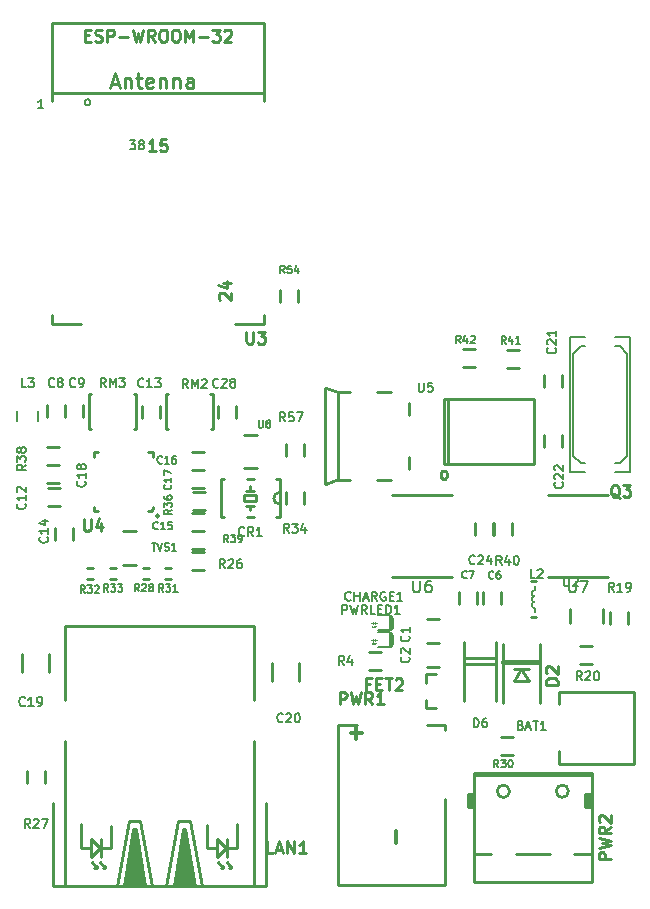
<source format=gbr>
%TF.GenerationSoftware,KiCad,Pcbnew,9.0.0*%
%TF.CreationDate,2025-04-12T10:41:42+08:00*%
%TF.ProjectId,ESP32-EVB_Rev_K1,45535033-322d-4455-9642-5f5265765f4b,K1*%
%TF.SameCoordinates,PXc1d4028PY6c847bc*%
%TF.FileFunction,Legend,Top*%
%TF.FilePolarity,Positive*%
%FSLAX46Y46*%
G04 Gerber Fmt 4.6, Leading zero omitted, Abs format (unit mm)*
G04 Created by KiCad (PCBNEW 9.0.0) date 2025-04-12 10:41:42*
%MOMM*%
%LPD*%
G01*
G04 APERTURE LIST*
%ADD10C,0.317500*%
%ADD11C,0.190500*%
%ADD12C,0.158750*%
%ADD13C,0.254000*%
%ADD14C,0.150000*%
%ADD15C,0.127000*%
%ADD16C,0.200000*%
%ADD17C,0.400000*%
%ADD18C,0.100000*%
%ADD19C,0.050000*%
G04 APERTURE END LIST*
D10*
X29147324Y13344694D02*
X29147324Y12377074D01*
X28663514Y12860884D02*
X29631133Y12860884D01*
X32507039Y4551691D02*
X32507039Y3584071D01*
D11*
X3574949Y42235371D02*
X3538663Y42199085D01*
X3538663Y42199085D02*
X3429806Y42162800D01*
X3429806Y42162800D02*
X3357234Y42162800D01*
X3357234Y42162800D02*
X3248377Y42199085D01*
X3248377Y42199085D02*
X3175806Y42271657D01*
X3175806Y42271657D02*
X3139520Y42344228D01*
X3139520Y42344228D02*
X3103234Y42489371D01*
X3103234Y42489371D02*
X3103234Y42598228D01*
X3103234Y42598228D02*
X3139520Y42743371D01*
X3139520Y42743371D02*
X3175806Y42815943D01*
X3175806Y42815943D02*
X3248377Y42888514D01*
X3248377Y42888514D02*
X3357234Y42924800D01*
X3357234Y42924800D02*
X3429806Y42924800D01*
X3429806Y42924800D02*
X3538663Y42888514D01*
X3538663Y42888514D02*
X3574949Y42852228D01*
X4010377Y42598228D02*
X3937806Y42634514D01*
X3937806Y42634514D02*
X3901520Y42670800D01*
X3901520Y42670800D02*
X3865234Y42743371D01*
X3865234Y42743371D02*
X3865234Y42779657D01*
X3865234Y42779657D02*
X3901520Y42852228D01*
X3901520Y42852228D02*
X3937806Y42888514D01*
X3937806Y42888514D02*
X4010377Y42924800D01*
X4010377Y42924800D02*
X4155520Y42924800D01*
X4155520Y42924800D02*
X4228092Y42888514D01*
X4228092Y42888514D02*
X4264377Y42852228D01*
X4264377Y42852228D02*
X4300663Y42779657D01*
X4300663Y42779657D02*
X4300663Y42743371D01*
X4300663Y42743371D02*
X4264377Y42670800D01*
X4264377Y42670800D02*
X4228092Y42634514D01*
X4228092Y42634514D02*
X4155520Y42598228D01*
X4155520Y42598228D02*
X4010377Y42598228D01*
X4010377Y42598228D02*
X3937806Y42561943D01*
X3937806Y42561943D02*
X3901520Y42525657D01*
X3901520Y42525657D02*
X3865234Y42453085D01*
X3865234Y42453085D02*
X3865234Y42307943D01*
X3865234Y42307943D02*
X3901520Y42235371D01*
X3901520Y42235371D02*
X3937806Y42199085D01*
X3937806Y42199085D02*
X4010377Y42162800D01*
X4010377Y42162800D02*
X4155520Y42162800D01*
X4155520Y42162800D02*
X4228092Y42199085D01*
X4228092Y42199085D02*
X4264377Y42235371D01*
X4264377Y42235371D02*
X4300663Y42307943D01*
X4300663Y42307943D02*
X4300663Y42453085D01*
X4300663Y42453085D02*
X4264377Y42525657D01*
X4264377Y42525657D02*
X4228092Y42561943D01*
X4228092Y42561943D02*
X4155520Y42598228D01*
X5352949Y42235371D02*
X5316663Y42199085D01*
X5316663Y42199085D02*
X5207806Y42162800D01*
X5207806Y42162800D02*
X5135234Y42162800D01*
X5135234Y42162800D02*
X5026377Y42199085D01*
X5026377Y42199085D02*
X4953806Y42271657D01*
X4953806Y42271657D02*
X4917520Y42344228D01*
X4917520Y42344228D02*
X4881234Y42489371D01*
X4881234Y42489371D02*
X4881234Y42598228D01*
X4881234Y42598228D02*
X4917520Y42743371D01*
X4917520Y42743371D02*
X4953806Y42815943D01*
X4953806Y42815943D02*
X5026377Y42888514D01*
X5026377Y42888514D02*
X5135234Y42924800D01*
X5135234Y42924800D02*
X5207806Y42924800D01*
X5207806Y42924800D02*
X5316663Y42888514D01*
X5316663Y42888514D02*
X5352949Y42852228D01*
X5715806Y42162800D02*
X5860949Y42162800D01*
X5860949Y42162800D02*
X5933520Y42199085D01*
X5933520Y42199085D02*
X5969806Y42235371D01*
X5969806Y42235371D02*
X6042377Y42344228D01*
X6042377Y42344228D02*
X6078663Y42489371D01*
X6078663Y42489371D02*
X6078663Y42779657D01*
X6078663Y42779657D02*
X6042377Y42852228D01*
X6042377Y42852228D02*
X6006092Y42888514D01*
X6006092Y42888514D02*
X5933520Y42924800D01*
X5933520Y42924800D02*
X5788377Y42924800D01*
X5788377Y42924800D02*
X5715806Y42888514D01*
X5715806Y42888514D02*
X5679520Y42852228D01*
X5679520Y42852228D02*
X5643234Y42779657D01*
X5643234Y42779657D02*
X5643234Y42598228D01*
X5643234Y42598228D02*
X5679520Y42525657D01*
X5679520Y42525657D02*
X5715806Y42489371D01*
X5715806Y42489371D02*
X5788377Y42453085D01*
X5788377Y42453085D02*
X5933520Y42453085D01*
X5933520Y42453085D02*
X6006092Y42489371D01*
X6006092Y42489371D02*
X6042377Y42525657D01*
X6042377Y42525657D02*
X6078663Y42598228D01*
X11119383Y42212016D02*
X11083097Y42175730D01*
X11083097Y42175730D02*
X10974240Y42139445D01*
X10974240Y42139445D02*
X10901668Y42139445D01*
X10901668Y42139445D02*
X10792811Y42175730D01*
X10792811Y42175730D02*
X10720240Y42248302D01*
X10720240Y42248302D02*
X10683954Y42320873D01*
X10683954Y42320873D02*
X10647668Y42466016D01*
X10647668Y42466016D02*
X10647668Y42574873D01*
X10647668Y42574873D02*
X10683954Y42720016D01*
X10683954Y42720016D02*
X10720240Y42792588D01*
X10720240Y42792588D02*
X10792811Y42865159D01*
X10792811Y42865159D02*
X10901668Y42901445D01*
X10901668Y42901445D02*
X10974240Y42901445D01*
X10974240Y42901445D02*
X11083097Y42865159D01*
X11083097Y42865159D02*
X11119383Y42828873D01*
X11845097Y42139445D02*
X11409668Y42139445D01*
X11627383Y42139445D02*
X11627383Y42901445D01*
X11627383Y42901445D02*
X11554811Y42792588D01*
X11554811Y42792588D02*
X11482240Y42720016D01*
X11482240Y42720016D02*
X11409668Y42683730D01*
X12099097Y42901445D02*
X12570811Y42901445D01*
X12570811Y42901445D02*
X12316811Y42611159D01*
X12316811Y42611159D02*
X12425668Y42611159D01*
X12425668Y42611159D02*
X12498240Y42574873D01*
X12498240Y42574873D02*
X12534525Y42538588D01*
X12534525Y42538588D02*
X12570811Y42466016D01*
X12570811Y42466016D02*
X12570811Y42284588D01*
X12570811Y42284588D02*
X12534525Y42212016D01*
X12534525Y42212016D02*
X12498240Y42175730D01*
X12498240Y42175730D02*
X12425668Y42139445D01*
X12425668Y42139445D02*
X12207954Y42139445D01*
X12207954Y42139445D02*
X12135382Y42175730D01*
X12135382Y42175730D02*
X12099097Y42212016D01*
D12*
X12338984Y30171513D02*
X12308746Y30141274D01*
X12308746Y30141274D02*
X12218032Y30111036D01*
X12218032Y30111036D02*
X12157556Y30111036D01*
X12157556Y30111036D02*
X12066841Y30141274D01*
X12066841Y30141274D02*
X12006365Y30201751D01*
X12006365Y30201751D02*
X11976127Y30262227D01*
X11976127Y30262227D02*
X11945889Y30383179D01*
X11945889Y30383179D02*
X11945889Y30473894D01*
X11945889Y30473894D02*
X11976127Y30594846D01*
X11976127Y30594846D02*
X12006365Y30655322D01*
X12006365Y30655322D02*
X12066841Y30715798D01*
X12066841Y30715798D02*
X12157556Y30746036D01*
X12157556Y30746036D02*
X12218032Y30746036D01*
X12218032Y30746036D02*
X12308746Y30715798D01*
X12308746Y30715798D02*
X12338984Y30685560D01*
X12943746Y30111036D02*
X12580889Y30111036D01*
X12762317Y30111036D02*
X12762317Y30746036D01*
X12762317Y30746036D02*
X12701841Y30655322D01*
X12701841Y30655322D02*
X12641365Y30594846D01*
X12641365Y30594846D02*
X12580889Y30564608D01*
X13518270Y30746036D02*
X13215889Y30746036D01*
X13215889Y30746036D02*
X13185651Y30443655D01*
X13185651Y30443655D02*
X13215889Y30473894D01*
X13215889Y30473894D02*
X13276365Y30504132D01*
X13276365Y30504132D02*
X13427556Y30504132D01*
X13427556Y30504132D02*
X13488032Y30473894D01*
X13488032Y30473894D02*
X13518270Y30443655D01*
X13518270Y30443655D02*
X13548508Y30383179D01*
X13548508Y30383179D02*
X13548508Y30231989D01*
X13548508Y30231989D02*
X13518270Y30171513D01*
X13518270Y30171513D02*
X13488032Y30141274D01*
X13488032Y30141274D02*
X13427556Y30111036D01*
X13427556Y30111036D02*
X13276365Y30111036D01*
X13276365Y30111036D02*
X13215889Y30141274D01*
X13215889Y30141274D02*
X13185651Y30171513D01*
X12698984Y35741513D02*
X12668746Y35711274D01*
X12668746Y35711274D02*
X12578032Y35681036D01*
X12578032Y35681036D02*
X12517556Y35681036D01*
X12517556Y35681036D02*
X12426841Y35711274D01*
X12426841Y35711274D02*
X12366365Y35771751D01*
X12366365Y35771751D02*
X12336127Y35832227D01*
X12336127Y35832227D02*
X12305889Y35953179D01*
X12305889Y35953179D02*
X12305889Y36043894D01*
X12305889Y36043894D02*
X12336127Y36164846D01*
X12336127Y36164846D02*
X12366365Y36225322D01*
X12366365Y36225322D02*
X12426841Y36285798D01*
X12426841Y36285798D02*
X12517556Y36316036D01*
X12517556Y36316036D02*
X12578032Y36316036D01*
X12578032Y36316036D02*
X12668746Y36285798D01*
X12668746Y36285798D02*
X12698984Y36255560D01*
X13303746Y35681036D02*
X12940889Y35681036D01*
X13122317Y35681036D02*
X13122317Y36316036D01*
X13122317Y36316036D02*
X13061841Y36225322D01*
X13061841Y36225322D02*
X13001365Y36164846D01*
X13001365Y36164846D02*
X12940889Y36134608D01*
X13848032Y36316036D02*
X13727079Y36316036D01*
X13727079Y36316036D02*
X13666603Y36285798D01*
X13666603Y36285798D02*
X13636365Y36255560D01*
X13636365Y36255560D02*
X13575889Y36164846D01*
X13575889Y36164846D02*
X13545651Y36043894D01*
X13545651Y36043894D02*
X13545651Y35801989D01*
X13545651Y35801989D02*
X13575889Y35741513D01*
X13575889Y35741513D02*
X13606127Y35711274D01*
X13606127Y35711274D02*
X13666603Y35681036D01*
X13666603Y35681036D02*
X13787556Y35681036D01*
X13787556Y35681036D02*
X13848032Y35711274D01*
X13848032Y35711274D02*
X13878270Y35741513D01*
X13878270Y35741513D02*
X13908508Y35801989D01*
X13908508Y35801989D02*
X13908508Y35953179D01*
X13908508Y35953179D02*
X13878270Y36013655D01*
X13878270Y36013655D02*
X13848032Y36043894D01*
X13848032Y36043894D02*
X13787556Y36074132D01*
X13787556Y36074132D02*
X13666603Y36074132D01*
X13666603Y36074132D02*
X13606127Y36043894D01*
X13606127Y36043894D02*
X13575889Y36013655D01*
X13575889Y36013655D02*
X13545651Y35953179D01*
X13432230Y33878330D02*
X13462469Y33848092D01*
X13462469Y33848092D02*
X13492707Y33757378D01*
X13492707Y33757378D02*
X13492707Y33696902D01*
X13492707Y33696902D02*
X13462469Y33606187D01*
X13462469Y33606187D02*
X13401992Y33545711D01*
X13401992Y33545711D02*
X13341516Y33515473D01*
X13341516Y33515473D02*
X13220564Y33485235D01*
X13220564Y33485235D02*
X13129849Y33485235D01*
X13129849Y33485235D02*
X13008897Y33515473D01*
X13008897Y33515473D02*
X12948421Y33545711D01*
X12948421Y33545711D02*
X12887945Y33606187D01*
X12887945Y33606187D02*
X12857707Y33696902D01*
X12857707Y33696902D02*
X12857707Y33757378D01*
X12857707Y33757378D02*
X12887945Y33848092D01*
X12887945Y33848092D02*
X12918183Y33878330D01*
X13492707Y34483092D02*
X13492707Y34120235D01*
X13492707Y34301663D02*
X12857707Y34301663D01*
X12857707Y34301663D02*
X12948421Y34241187D01*
X12948421Y34241187D02*
X13008897Y34180711D01*
X13008897Y34180711D02*
X13039135Y34120235D01*
X12857707Y34694759D02*
X12857707Y35118092D01*
X12857707Y35118092D02*
X13492707Y34845949D01*
D11*
X6167237Y34176688D02*
X6203523Y34140402D01*
X6203523Y34140402D02*
X6239808Y34031545D01*
X6239808Y34031545D02*
X6239808Y33958973D01*
X6239808Y33958973D02*
X6203523Y33850116D01*
X6203523Y33850116D02*
X6130951Y33777545D01*
X6130951Y33777545D02*
X6058380Y33741259D01*
X6058380Y33741259D02*
X5913237Y33704973D01*
X5913237Y33704973D02*
X5804380Y33704973D01*
X5804380Y33704973D02*
X5659237Y33741259D01*
X5659237Y33741259D02*
X5586665Y33777545D01*
X5586665Y33777545D02*
X5514094Y33850116D01*
X5514094Y33850116D02*
X5477808Y33958973D01*
X5477808Y33958973D02*
X5477808Y34031545D01*
X5477808Y34031545D02*
X5514094Y34140402D01*
X5514094Y34140402D02*
X5550380Y34176688D01*
X6239808Y34902402D02*
X6239808Y34466973D01*
X6239808Y34684688D02*
X5477808Y34684688D01*
X5477808Y34684688D02*
X5586665Y34612116D01*
X5586665Y34612116D02*
X5659237Y34539545D01*
X5659237Y34539545D02*
X5695523Y34466973D01*
X5804380Y35337830D02*
X5768094Y35265259D01*
X5768094Y35265259D02*
X5731808Y35228973D01*
X5731808Y35228973D02*
X5659237Y35192687D01*
X5659237Y35192687D02*
X5622951Y35192687D01*
X5622951Y35192687D02*
X5550380Y35228973D01*
X5550380Y35228973D02*
X5514094Y35265259D01*
X5514094Y35265259D02*
X5477808Y35337830D01*
X5477808Y35337830D02*
X5477808Y35482973D01*
X5477808Y35482973D02*
X5514094Y35555544D01*
X5514094Y35555544D02*
X5550380Y35591830D01*
X5550380Y35591830D02*
X5622951Y35628116D01*
X5622951Y35628116D02*
X5659237Y35628116D01*
X5659237Y35628116D02*
X5731808Y35591830D01*
X5731808Y35591830D02*
X5768094Y35555544D01*
X5768094Y35555544D02*
X5804380Y35482973D01*
X5804380Y35482973D02*
X5804380Y35337830D01*
X5804380Y35337830D02*
X5840665Y35265259D01*
X5840665Y35265259D02*
X5876951Y35228973D01*
X5876951Y35228973D02*
X5949523Y35192687D01*
X5949523Y35192687D02*
X6094665Y35192687D01*
X6094665Y35192687D02*
X6167237Y35228973D01*
X6167237Y35228973D02*
X6203523Y35265259D01*
X6203523Y35265259D02*
X6239808Y35337830D01*
X6239808Y35337830D02*
X6239808Y35482973D01*
X6239808Y35482973D02*
X6203523Y35555544D01*
X6203523Y35555544D02*
X6167237Y35591830D01*
X6167237Y35591830D02*
X6094665Y35628116D01*
X6094665Y35628116D02*
X5949523Y35628116D01*
X5949523Y35628116D02*
X5876951Y35591830D01*
X5876951Y35591830D02*
X5840665Y35555544D01*
X5840665Y35555544D02*
X5804380Y35482973D01*
X19657949Y29616506D02*
X19621663Y29580220D01*
X19621663Y29580220D02*
X19512806Y29543935D01*
X19512806Y29543935D02*
X19440234Y29543935D01*
X19440234Y29543935D02*
X19331377Y29580220D01*
X19331377Y29580220D02*
X19258806Y29652792D01*
X19258806Y29652792D02*
X19222520Y29725363D01*
X19222520Y29725363D02*
X19186234Y29870506D01*
X19186234Y29870506D02*
X19186234Y29979363D01*
X19186234Y29979363D02*
X19222520Y30124506D01*
X19222520Y30124506D02*
X19258806Y30197078D01*
X19258806Y30197078D02*
X19331377Y30269649D01*
X19331377Y30269649D02*
X19440234Y30305935D01*
X19440234Y30305935D02*
X19512806Y30305935D01*
X19512806Y30305935D02*
X19621663Y30269649D01*
X19621663Y30269649D02*
X19657949Y30233363D01*
X20419949Y29543935D02*
X20165949Y29906792D01*
X19984520Y29543935D02*
X19984520Y30305935D01*
X19984520Y30305935D02*
X20274806Y30305935D01*
X20274806Y30305935D02*
X20347377Y30269649D01*
X20347377Y30269649D02*
X20383663Y30233363D01*
X20383663Y30233363D02*
X20419949Y30160792D01*
X20419949Y30160792D02*
X20419949Y30051935D01*
X20419949Y30051935D02*
X20383663Y29979363D01*
X20383663Y29979363D02*
X20347377Y29943078D01*
X20347377Y29943078D02*
X20274806Y29906792D01*
X20274806Y29906792D02*
X19984520Y29906792D01*
X21145663Y29543935D02*
X20710234Y29543935D01*
X20927949Y29543935D02*
X20927949Y30305935D01*
X20927949Y30305935D02*
X20855377Y30197078D01*
X20855377Y30197078D02*
X20782806Y30124506D01*
X20782806Y30124506D02*
X20710234Y30088220D01*
X1202551Y42156235D02*
X839694Y42156235D01*
X839694Y42156235D02*
X839694Y42918235D01*
X1383980Y42918235D02*
X1855694Y42918235D01*
X1855694Y42918235D02*
X1601694Y42627949D01*
X1601694Y42627949D02*
X1710551Y42627949D01*
X1710551Y42627949D02*
X1783123Y42591663D01*
X1783123Y42591663D02*
X1819408Y42555378D01*
X1819408Y42555378D02*
X1855694Y42482806D01*
X1855694Y42482806D02*
X1855694Y42301378D01*
X1855694Y42301378D02*
X1819408Y42228806D01*
X1819408Y42228806D02*
X1783123Y42192520D01*
X1783123Y42192520D02*
X1710551Y42156235D01*
X1710551Y42156235D02*
X1492837Y42156235D01*
X1492837Y42156235D02*
X1420265Y42192520D01*
X1420265Y42192520D02*
X1383980Y42228806D01*
D13*
X27738722Y15299732D02*
X27738722Y16315732D01*
X27738722Y16315732D02*
X28125770Y16315732D01*
X28125770Y16315732D02*
X28222532Y16267351D01*
X28222532Y16267351D02*
X28270913Y16218970D01*
X28270913Y16218970D02*
X28319294Y16122208D01*
X28319294Y16122208D02*
X28319294Y15977065D01*
X28319294Y15977065D02*
X28270913Y15880303D01*
X28270913Y15880303D02*
X28222532Y15831922D01*
X28222532Y15831922D02*
X28125770Y15783541D01*
X28125770Y15783541D02*
X27738722Y15783541D01*
X28657960Y16315732D02*
X28899865Y15299732D01*
X28899865Y15299732D02*
X29093389Y16025446D01*
X29093389Y16025446D02*
X29286913Y15299732D01*
X29286913Y15299732D02*
X29528818Y16315732D01*
X30496437Y15299732D02*
X30157770Y15783541D01*
X29915865Y15299732D02*
X29915865Y16315732D01*
X29915865Y16315732D02*
X30302913Y16315732D01*
X30302913Y16315732D02*
X30399675Y16267351D01*
X30399675Y16267351D02*
X30448056Y16218970D01*
X30448056Y16218970D02*
X30496437Y16122208D01*
X30496437Y16122208D02*
X30496437Y15977065D01*
X30496437Y15977065D02*
X30448056Y15880303D01*
X30448056Y15880303D02*
X30399675Y15831922D01*
X30399675Y15831922D02*
X30302913Y15783541D01*
X30302913Y15783541D02*
X29915865Y15783541D01*
X31464056Y15299732D02*
X30883484Y15299732D01*
X31173770Y15299732D02*
X31173770Y16315732D01*
X31173770Y16315732D02*
X31077008Y16170589D01*
X31077008Y16170589D02*
X30980246Y16073827D01*
X30980246Y16073827D02*
X30883484Y16025446D01*
X50674011Y2188068D02*
X49658011Y2188068D01*
X49658011Y2188068D02*
X49658011Y2575116D01*
X49658011Y2575116D02*
X49706392Y2671878D01*
X49706392Y2671878D02*
X49754773Y2720259D01*
X49754773Y2720259D02*
X49851535Y2768640D01*
X49851535Y2768640D02*
X49996678Y2768640D01*
X49996678Y2768640D02*
X50093440Y2720259D01*
X50093440Y2720259D02*
X50141821Y2671878D01*
X50141821Y2671878D02*
X50190202Y2575116D01*
X50190202Y2575116D02*
X50190202Y2188068D01*
X49658011Y3107306D02*
X50674011Y3349211D01*
X50674011Y3349211D02*
X49948297Y3542735D01*
X49948297Y3542735D02*
X50674011Y3736259D01*
X50674011Y3736259D02*
X49658011Y3978163D01*
X50674011Y4945783D02*
X50190202Y4607116D01*
X50674011Y4365211D02*
X49658011Y4365211D01*
X49658011Y4365211D02*
X49658011Y4752259D01*
X49658011Y4752259D02*
X49706392Y4849021D01*
X49706392Y4849021D02*
X49754773Y4897402D01*
X49754773Y4897402D02*
X49851535Y4945783D01*
X49851535Y4945783D02*
X49996678Y4945783D01*
X49996678Y4945783D02*
X50093440Y4897402D01*
X50093440Y4897402D02*
X50141821Y4849021D01*
X50141821Y4849021D02*
X50190202Y4752259D01*
X50190202Y4752259D02*
X50190202Y4365211D01*
X49754773Y5332830D02*
X49706392Y5381211D01*
X49706392Y5381211D02*
X49658011Y5477973D01*
X49658011Y5477973D02*
X49658011Y5719878D01*
X49658011Y5719878D02*
X49706392Y5816640D01*
X49706392Y5816640D02*
X49754773Y5865021D01*
X49754773Y5865021D02*
X49851535Y5913402D01*
X49851535Y5913402D02*
X49948297Y5913402D01*
X49948297Y5913402D02*
X50093440Y5865021D01*
X50093440Y5865021D02*
X50674011Y5284449D01*
X50674011Y5284449D02*
X50674011Y5913402D01*
D11*
X18017342Y26823935D02*
X17763342Y27186792D01*
X17581913Y26823935D02*
X17581913Y27585935D01*
X17581913Y27585935D02*
X17872199Y27585935D01*
X17872199Y27585935D02*
X17944770Y27549649D01*
X17944770Y27549649D02*
X17981056Y27513363D01*
X17981056Y27513363D02*
X18017342Y27440792D01*
X18017342Y27440792D02*
X18017342Y27331935D01*
X18017342Y27331935D02*
X17981056Y27259363D01*
X17981056Y27259363D02*
X17944770Y27223078D01*
X17944770Y27223078D02*
X17872199Y27186792D01*
X17872199Y27186792D02*
X17581913Y27186792D01*
X18307627Y27513363D02*
X18343913Y27549649D01*
X18343913Y27549649D02*
X18416485Y27585935D01*
X18416485Y27585935D02*
X18597913Y27585935D01*
X18597913Y27585935D02*
X18670485Y27549649D01*
X18670485Y27549649D02*
X18706770Y27513363D01*
X18706770Y27513363D02*
X18743056Y27440792D01*
X18743056Y27440792D02*
X18743056Y27368220D01*
X18743056Y27368220D02*
X18706770Y27259363D01*
X18706770Y27259363D02*
X18271342Y26823935D01*
X18271342Y26823935D02*
X18743056Y26823935D01*
X19396199Y27585935D02*
X19251056Y27585935D01*
X19251056Y27585935D02*
X19178484Y27549649D01*
X19178484Y27549649D02*
X19142199Y27513363D01*
X19142199Y27513363D02*
X19069627Y27404506D01*
X19069627Y27404506D02*
X19033341Y27259363D01*
X19033341Y27259363D02*
X19033341Y26969078D01*
X19033341Y26969078D02*
X19069627Y26896506D01*
X19069627Y26896506D02*
X19105913Y26860220D01*
X19105913Y26860220D02*
X19178484Y26823935D01*
X19178484Y26823935D02*
X19323627Y26823935D01*
X19323627Y26823935D02*
X19396199Y26860220D01*
X19396199Y26860220D02*
X19432484Y26896506D01*
X19432484Y26896506D02*
X19468770Y26969078D01*
X19468770Y26969078D02*
X19468770Y27150506D01*
X19468770Y27150506D02*
X19432484Y27223078D01*
X19432484Y27223078D02*
X19396199Y27259363D01*
X19396199Y27259363D02*
X19323627Y27295649D01*
X19323627Y27295649D02*
X19178484Y27295649D01*
X19178484Y27295649D02*
X19105913Y27259363D01*
X19105913Y27259363D02*
X19069627Y27223078D01*
X19069627Y27223078D02*
X19033341Y27150506D01*
X1533536Y4833935D02*
X1279536Y5196792D01*
X1098107Y4833935D02*
X1098107Y5595935D01*
X1098107Y5595935D02*
X1388393Y5595935D01*
X1388393Y5595935D02*
X1460964Y5559649D01*
X1460964Y5559649D02*
X1497250Y5523363D01*
X1497250Y5523363D02*
X1533536Y5450792D01*
X1533536Y5450792D02*
X1533536Y5341935D01*
X1533536Y5341935D02*
X1497250Y5269363D01*
X1497250Y5269363D02*
X1460964Y5233078D01*
X1460964Y5233078D02*
X1388393Y5196792D01*
X1388393Y5196792D02*
X1098107Y5196792D01*
X1823821Y5523363D02*
X1860107Y5559649D01*
X1860107Y5559649D02*
X1932679Y5595935D01*
X1932679Y5595935D02*
X2114107Y5595935D01*
X2114107Y5595935D02*
X2186679Y5559649D01*
X2186679Y5559649D02*
X2222964Y5523363D01*
X2222964Y5523363D02*
X2259250Y5450792D01*
X2259250Y5450792D02*
X2259250Y5378220D01*
X2259250Y5378220D02*
X2222964Y5269363D01*
X2222964Y5269363D02*
X1787536Y4833935D01*
X1787536Y4833935D02*
X2259250Y4833935D01*
X2513250Y5595935D02*
X3021250Y5595935D01*
X3021250Y5595935D02*
X2694678Y4833935D01*
X23467342Y29833935D02*
X23213342Y30196792D01*
X23031913Y29833935D02*
X23031913Y30595935D01*
X23031913Y30595935D02*
X23322199Y30595935D01*
X23322199Y30595935D02*
X23394770Y30559649D01*
X23394770Y30559649D02*
X23431056Y30523363D01*
X23431056Y30523363D02*
X23467342Y30450792D01*
X23467342Y30450792D02*
X23467342Y30341935D01*
X23467342Y30341935D02*
X23431056Y30269363D01*
X23431056Y30269363D02*
X23394770Y30233078D01*
X23394770Y30233078D02*
X23322199Y30196792D01*
X23322199Y30196792D02*
X23031913Y30196792D01*
X23721342Y30595935D02*
X24193056Y30595935D01*
X24193056Y30595935D02*
X23939056Y30305649D01*
X23939056Y30305649D02*
X24047913Y30305649D01*
X24047913Y30305649D02*
X24120485Y30269363D01*
X24120485Y30269363D02*
X24156770Y30233078D01*
X24156770Y30233078D02*
X24193056Y30160506D01*
X24193056Y30160506D02*
X24193056Y29979078D01*
X24193056Y29979078D02*
X24156770Y29906506D01*
X24156770Y29906506D02*
X24120485Y29870220D01*
X24120485Y29870220D02*
X24047913Y29833935D01*
X24047913Y29833935D02*
X23830199Y29833935D01*
X23830199Y29833935D02*
X23757627Y29870220D01*
X23757627Y29870220D02*
X23721342Y29906506D01*
X24846199Y30341935D02*
X24846199Y29833935D01*
X24664770Y30632220D02*
X24483341Y30087935D01*
X24483341Y30087935D02*
X24955056Y30087935D01*
D12*
X13522707Y31768330D02*
X13220326Y31556663D01*
X13522707Y31405473D02*
X12887707Y31405473D01*
X12887707Y31405473D02*
X12887707Y31647378D01*
X12887707Y31647378D02*
X12917945Y31707854D01*
X12917945Y31707854D02*
X12948183Y31738092D01*
X12948183Y31738092D02*
X13008659Y31768330D01*
X13008659Y31768330D02*
X13099373Y31768330D01*
X13099373Y31768330D02*
X13159849Y31738092D01*
X13159849Y31738092D02*
X13190088Y31707854D01*
X13190088Y31707854D02*
X13220326Y31647378D01*
X13220326Y31647378D02*
X13220326Y31405473D01*
X12887707Y31979997D02*
X12887707Y32373092D01*
X12887707Y32373092D02*
X13129611Y32161425D01*
X13129611Y32161425D02*
X13129611Y32252140D01*
X13129611Y32252140D02*
X13159849Y32312616D01*
X13159849Y32312616D02*
X13190088Y32342854D01*
X13190088Y32342854D02*
X13250564Y32373092D01*
X13250564Y32373092D02*
X13401754Y32373092D01*
X13401754Y32373092D02*
X13462230Y32342854D01*
X13462230Y32342854D02*
X13492469Y32312616D01*
X13492469Y32312616D02*
X13522707Y32252140D01*
X13522707Y32252140D02*
X13522707Y32070711D01*
X13522707Y32070711D02*
X13492469Y32010235D01*
X13492469Y32010235D02*
X13462230Y31979997D01*
X12887707Y32917378D02*
X12887707Y32796425D01*
X12887707Y32796425D02*
X12917945Y32735949D01*
X12917945Y32735949D02*
X12948183Y32705711D01*
X12948183Y32705711D02*
X13038897Y32645235D01*
X13038897Y32645235D02*
X13159849Y32614997D01*
X13159849Y32614997D02*
X13401754Y32614997D01*
X13401754Y32614997D02*
X13462230Y32645235D01*
X13462230Y32645235D02*
X13492469Y32675473D01*
X13492469Y32675473D02*
X13522707Y32735949D01*
X13522707Y32735949D02*
X13522707Y32856902D01*
X13522707Y32856902D02*
X13492469Y32917378D01*
X13492469Y32917378D02*
X13462230Y32947616D01*
X13462230Y32947616D02*
X13401754Y32977854D01*
X13401754Y32977854D02*
X13250564Y32977854D01*
X13250564Y32977854D02*
X13190088Y32947616D01*
X13190088Y32947616D02*
X13159849Y32917378D01*
X13159849Y32917378D02*
X13129611Y32856902D01*
X13129611Y32856902D02*
X13129611Y32735949D01*
X13129611Y32735949D02*
X13159849Y32675473D01*
X13159849Y32675473D02*
X13190088Y32645235D01*
X13190088Y32645235D02*
X13250564Y32614997D01*
D11*
X1169808Y35596688D02*
X806951Y35342688D01*
X1169808Y35161259D02*
X407808Y35161259D01*
X407808Y35161259D02*
X407808Y35451545D01*
X407808Y35451545D02*
X444094Y35524116D01*
X444094Y35524116D02*
X480380Y35560402D01*
X480380Y35560402D02*
X552951Y35596688D01*
X552951Y35596688D02*
X661808Y35596688D01*
X661808Y35596688D02*
X734380Y35560402D01*
X734380Y35560402D02*
X770665Y35524116D01*
X770665Y35524116D02*
X806951Y35451545D01*
X806951Y35451545D02*
X806951Y35161259D01*
X407808Y35850688D02*
X407808Y36322402D01*
X407808Y36322402D02*
X698094Y36068402D01*
X698094Y36068402D02*
X698094Y36177259D01*
X698094Y36177259D02*
X734380Y36249830D01*
X734380Y36249830D02*
X770665Y36286116D01*
X770665Y36286116D02*
X843237Y36322402D01*
X843237Y36322402D02*
X1024665Y36322402D01*
X1024665Y36322402D02*
X1097237Y36286116D01*
X1097237Y36286116D02*
X1133523Y36249830D01*
X1133523Y36249830D02*
X1169808Y36177259D01*
X1169808Y36177259D02*
X1169808Y35959545D01*
X1169808Y35959545D02*
X1133523Y35886973D01*
X1133523Y35886973D02*
X1097237Y35850688D01*
X734380Y36757830D02*
X698094Y36685259D01*
X698094Y36685259D02*
X661808Y36648973D01*
X661808Y36648973D02*
X589237Y36612687D01*
X589237Y36612687D02*
X552951Y36612687D01*
X552951Y36612687D02*
X480380Y36648973D01*
X480380Y36648973D02*
X444094Y36685259D01*
X444094Y36685259D02*
X407808Y36757830D01*
X407808Y36757830D02*
X407808Y36902973D01*
X407808Y36902973D02*
X444094Y36975544D01*
X444094Y36975544D02*
X480380Y37011830D01*
X480380Y37011830D02*
X552951Y37048116D01*
X552951Y37048116D02*
X589237Y37048116D01*
X589237Y37048116D02*
X661808Y37011830D01*
X661808Y37011830D02*
X698094Y36975544D01*
X698094Y36975544D02*
X734380Y36902973D01*
X734380Y36902973D02*
X734380Y36757830D01*
X734380Y36757830D02*
X770665Y36685259D01*
X770665Y36685259D02*
X806951Y36648973D01*
X806951Y36648973D02*
X879523Y36612687D01*
X879523Y36612687D02*
X1024665Y36612687D01*
X1024665Y36612687D02*
X1097237Y36648973D01*
X1097237Y36648973D02*
X1133523Y36685259D01*
X1133523Y36685259D02*
X1169808Y36757830D01*
X1169808Y36757830D02*
X1169808Y36902973D01*
X1169808Y36902973D02*
X1133523Y36975544D01*
X1133523Y36975544D02*
X1097237Y37011830D01*
X1097237Y37011830D02*
X1024665Y37048116D01*
X1024665Y37048116D02*
X879523Y37048116D01*
X879523Y37048116D02*
X806951Y37011830D01*
X806951Y37011830D02*
X770665Y36975544D01*
X770665Y36975544D02*
X734380Y36902973D01*
D12*
X18298984Y29031036D02*
X18087317Y29333417D01*
X17936127Y29031036D02*
X17936127Y29666036D01*
X17936127Y29666036D02*
X18178032Y29666036D01*
X18178032Y29666036D02*
X18238508Y29635798D01*
X18238508Y29635798D02*
X18268746Y29605560D01*
X18268746Y29605560D02*
X18298984Y29545084D01*
X18298984Y29545084D02*
X18298984Y29454370D01*
X18298984Y29454370D02*
X18268746Y29393894D01*
X18268746Y29393894D02*
X18238508Y29363655D01*
X18238508Y29363655D02*
X18178032Y29333417D01*
X18178032Y29333417D02*
X17936127Y29333417D01*
X18510651Y29666036D02*
X18903746Y29666036D01*
X18903746Y29666036D02*
X18692079Y29424132D01*
X18692079Y29424132D02*
X18782794Y29424132D01*
X18782794Y29424132D02*
X18843270Y29393894D01*
X18843270Y29393894D02*
X18873508Y29363655D01*
X18873508Y29363655D02*
X18903746Y29303179D01*
X18903746Y29303179D02*
X18903746Y29151989D01*
X18903746Y29151989D02*
X18873508Y29091513D01*
X18873508Y29091513D02*
X18843270Y29061274D01*
X18843270Y29061274D02*
X18782794Y29031036D01*
X18782794Y29031036D02*
X18601365Y29031036D01*
X18601365Y29031036D02*
X18540889Y29061274D01*
X18540889Y29061274D02*
X18510651Y29091513D01*
X19206127Y29031036D02*
X19327079Y29031036D01*
X19327079Y29031036D02*
X19387556Y29061274D01*
X19387556Y29061274D02*
X19417794Y29091513D01*
X19417794Y29091513D02*
X19478270Y29182227D01*
X19478270Y29182227D02*
X19508508Y29303179D01*
X19508508Y29303179D02*
X19508508Y29545084D01*
X19508508Y29545084D02*
X19478270Y29605560D01*
X19478270Y29605560D02*
X19448032Y29635798D01*
X19448032Y29635798D02*
X19387556Y29666036D01*
X19387556Y29666036D02*
X19266603Y29666036D01*
X19266603Y29666036D02*
X19206127Y29635798D01*
X19206127Y29635798D02*
X19175889Y29605560D01*
X19175889Y29605560D02*
X19145651Y29545084D01*
X19145651Y29545084D02*
X19145651Y29393894D01*
X19145651Y29393894D02*
X19175889Y29333417D01*
X19175889Y29333417D02*
X19206127Y29303179D01*
X19206127Y29303179D02*
X19266603Y29272941D01*
X19266603Y29272941D02*
X19387556Y29272941D01*
X19387556Y29272941D02*
X19448032Y29303179D01*
X19448032Y29303179D02*
X19478270Y29333417D01*
X19478270Y29333417D02*
X19508508Y29393894D01*
X41808984Y45841036D02*
X41597317Y46143417D01*
X41446127Y45841036D02*
X41446127Y46476036D01*
X41446127Y46476036D02*
X41688032Y46476036D01*
X41688032Y46476036D02*
X41748508Y46445798D01*
X41748508Y46445798D02*
X41778746Y46415560D01*
X41778746Y46415560D02*
X41808984Y46355084D01*
X41808984Y46355084D02*
X41808984Y46264370D01*
X41808984Y46264370D02*
X41778746Y46203894D01*
X41778746Y46203894D02*
X41748508Y46173655D01*
X41748508Y46173655D02*
X41688032Y46143417D01*
X41688032Y46143417D02*
X41446127Y46143417D01*
X42353270Y46264370D02*
X42353270Y45841036D01*
X42202079Y46506274D02*
X42050889Y46052703D01*
X42050889Y46052703D02*
X42443984Y46052703D01*
X43018508Y45841036D02*
X42655651Y45841036D01*
X42837079Y45841036D02*
X42837079Y46476036D01*
X42837079Y46476036D02*
X42776603Y46385322D01*
X42776603Y46385322D02*
X42716127Y46324846D01*
X42716127Y46324846D02*
X42655651Y46294608D01*
D11*
X14884771Y42043935D02*
X14630771Y42406792D01*
X14449342Y42043935D02*
X14449342Y42805935D01*
X14449342Y42805935D02*
X14739628Y42805935D01*
X14739628Y42805935D02*
X14812199Y42769649D01*
X14812199Y42769649D02*
X14848485Y42733363D01*
X14848485Y42733363D02*
X14884771Y42660792D01*
X14884771Y42660792D02*
X14884771Y42551935D01*
X14884771Y42551935D02*
X14848485Y42479363D01*
X14848485Y42479363D02*
X14812199Y42443078D01*
X14812199Y42443078D02*
X14739628Y42406792D01*
X14739628Y42406792D02*
X14449342Y42406792D01*
X15211342Y42043935D02*
X15211342Y42805935D01*
X15211342Y42805935D02*
X15465342Y42261649D01*
X15465342Y42261649D02*
X15719342Y42805935D01*
X15719342Y42805935D02*
X15719342Y42043935D01*
X16045913Y42733363D02*
X16082199Y42769649D01*
X16082199Y42769649D02*
X16154771Y42805935D01*
X16154771Y42805935D02*
X16336199Y42805935D01*
X16336199Y42805935D02*
X16408771Y42769649D01*
X16408771Y42769649D02*
X16445056Y42733363D01*
X16445056Y42733363D02*
X16481342Y42660792D01*
X16481342Y42660792D02*
X16481342Y42588220D01*
X16481342Y42588220D02*
X16445056Y42479363D01*
X16445056Y42479363D02*
X16009628Y42043935D01*
X16009628Y42043935D02*
X16481342Y42043935D01*
X7941602Y42159214D02*
X7687602Y42522071D01*
X7506173Y42159214D02*
X7506173Y42921214D01*
X7506173Y42921214D02*
X7796459Y42921214D01*
X7796459Y42921214D02*
X7869030Y42884928D01*
X7869030Y42884928D02*
X7905316Y42848642D01*
X7905316Y42848642D02*
X7941602Y42776071D01*
X7941602Y42776071D02*
X7941602Y42667214D01*
X7941602Y42667214D02*
X7905316Y42594642D01*
X7905316Y42594642D02*
X7869030Y42558357D01*
X7869030Y42558357D02*
X7796459Y42522071D01*
X7796459Y42522071D02*
X7506173Y42522071D01*
X8268173Y42159214D02*
X8268173Y42921214D01*
X8268173Y42921214D02*
X8522173Y42376928D01*
X8522173Y42376928D02*
X8776173Y42921214D01*
X8776173Y42921214D02*
X8776173Y42159214D01*
X9066459Y42921214D02*
X9538173Y42921214D01*
X9538173Y42921214D02*
X9284173Y42630928D01*
X9284173Y42630928D02*
X9393030Y42630928D01*
X9393030Y42630928D02*
X9465602Y42594642D01*
X9465602Y42594642D02*
X9501887Y42558357D01*
X9501887Y42558357D02*
X9538173Y42485785D01*
X9538173Y42485785D02*
X9538173Y42304357D01*
X9538173Y42304357D02*
X9501887Y42231785D01*
X9501887Y42231785D02*
X9465602Y42195499D01*
X9465602Y42195499D02*
X9393030Y42159214D01*
X9393030Y42159214D02*
X9175316Y42159214D01*
X9175316Y42159214D02*
X9102744Y42195499D01*
X9102744Y42195499D02*
X9066459Y42231785D01*
X46736627Y26075935D02*
X46736627Y25459078D01*
X46736627Y25459078D02*
X46772913Y25386506D01*
X46772913Y25386506D02*
X46809199Y25350220D01*
X46809199Y25350220D02*
X46881770Y25313935D01*
X46881770Y25313935D02*
X47026913Y25313935D01*
X47026913Y25313935D02*
X47099484Y25350220D01*
X47099484Y25350220D02*
X47135770Y25386506D01*
X47135770Y25386506D02*
X47172056Y25459078D01*
X47172056Y25459078D02*
X47172056Y26075935D01*
X47498627Y26003363D02*
X47534913Y26039649D01*
X47534913Y26039649D02*
X47607485Y26075935D01*
X47607485Y26075935D02*
X47788913Y26075935D01*
X47788913Y26075935D02*
X47861485Y26039649D01*
X47861485Y26039649D02*
X47897770Y26003363D01*
X47897770Y26003363D02*
X47934056Y25930792D01*
X47934056Y25930792D02*
X47934056Y25858220D01*
X47934056Y25858220D02*
X47897770Y25749363D01*
X47897770Y25749363D02*
X47462342Y25313935D01*
X47462342Y25313935D02*
X47934056Y25313935D01*
D13*
X19827853Y46852597D02*
X19827853Y46030120D01*
X19827853Y46030120D02*
X19876234Y45933358D01*
X19876234Y45933358D02*
X19924615Y45884977D01*
X19924615Y45884977D02*
X20021377Y45836597D01*
X20021377Y45836597D02*
X20214901Y45836597D01*
X20214901Y45836597D02*
X20311663Y45884977D01*
X20311663Y45884977D02*
X20360044Y45933358D01*
X20360044Y45933358D02*
X20408425Y46030120D01*
X20408425Y46030120D02*
X20408425Y46852597D01*
X20795472Y46852597D02*
X21424425Y46852597D01*
X21424425Y46852597D02*
X21085758Y46465549D01*
X21085758Y46465549D02*
X21230901Y46465549D01*
X21230901Y46465549D02*
X21327663Y46417168D01*
X21327663Y46417168D02*
X21376044Y46368787D01*
X21376044Y46368787D02*
X21424425Y46272025D01*
X21424425Y46272025D02*
X21424425Y46030120D01*
X21424425Y46030120D02*
X21376044Y45933358D01*
X21376044Y45933358D02*
X21327663Y45884977D01*
X21327663Y45884977D02*
X21230901Y45836597D01*
X21230901Y45836597D02*
X20940615Y45836597D01*
X20940615Y45836597D02*
X20843853Y45884977D01*
X20843853Y45884977D02*
X20795472Y45933358D01*
D11*
X9960342Y63035935D02*
X10432056Y63035935D01*
X10432056Y63035935D02*
X10178056Y62745649D01*
X10178056Y62745649D02*
X10286913Y62745649D01*
X10286913Y62745649D02*
X10359485Y62709363D01*
X10359485Y62709363D02*
X10395770Y62673078D01*
X10395770Y62673078D02*
X10432056Y62600506D01*
X10432056Y62600506D02*
X10432056Y62419078D01*
X10432056Y62419078D02*
X10395770Y62346506D01*
X10395770Y62346506D02*
X10359485Y62310220D01*
X10359485Y62310220D02*
X10286913Y62273935D01*
X10286913Y62273935D02*
X10069199Y62273935D01*
X10069199Y62273935D02*
X9996627Y62310220D01*
X9996627Y62310220D02*
X9960342Y62346506D01*
X10867484Y62709363D02*
X10794913Y62745649D01*
X10794913Y62745649D02*
X10758627Y62781935D01*
X10758627Y62781935D02*
X10722341Y62854506D01*
X10722341Y62854506D02*
X10722341Y62890792D01*
X10722341Y62890792D02*
X10758627Y62963363D01*
X10758627Y62963363D02*
X10794913Y62999649D01*
X10794913Y62999649D02*
X10867484Y63035935D01*
X10867484Y63035935D02*
X11012627Y63035935D01*
X11012627Y63035935D02*
X11085199Y62999649D01*
X11085199Y62999649D02*
X11121484Y62963363D01*
X11121484Y62963363D02*
X11157770Y62890792D01*
X11157770Y62890792D02*
X11157770Y62854506D01*
X11157770Y62854506D02*
X11121484Y62781935D01*
X11121484Y62781935D02*
X11085199Y62745649D01*
X11085199Y62745649D02*
X11012627Y62709363D01*
X11012627Y62709363D02*
X10867484Y62709363D01*
X10867484Y62709363D02*
X10794913Y62673078D01*
X10794913Y62673078D02*
X10758627Y62636792D01*
X10758627Y62636792D02*
X10722341Y62564220D01*
X10722341Y62564220D02*
X10722341Y62419078D01*
X10722341Y62419078D02*
X10758627Y62346506D01*
X10758627Y62346506D02*
X10794913Y62310220D01*
X10794913Y62310220D02*
X10867484Y62273935D01*
X10867484Y62273935D02*
X11012627Y62273935D01*
X11012627Y62273935D02*
X11085199Y62310220D01*
X11085199Y62310220D02*
X11121484Y62346506D01*
X11121484Y62346506D02*
X11157770Y62419078D01*
X11157770Y62419078D02*
X11157770Y62564220D01*
X11157770Y62564220D02*
X11121484Y62636792D01*
X11121484Y62636792D02*
X11085199Y62673078D01*
X11085199Y62673078D02*
X11012627Y62709363D01*
D13*
X12153425Y62109732D02*
X11572853Y62109732D01*
X11863139Y62109732D02*
X11863139Y63125732D01*
X11863139Y63125732D02*
X11766377Y62980589D01*
X11766377Y62980589D02*
X11669615Y62883827D01*
X11669615Y62883827D02*
X11572853Y62835446D01*
X13072663Y63125732D02*
X12588853Y63125732D01*
X12588853Y63125732D02*
X12540472Y62641922D01*
X12540472Y62641922D02*
X12588853Y62690303D01*
X12588853Y62690303D02*
X12685615Y62738684D01*
X12685615Y62738684D02*
X12927520Y62738684D01*
X12927520Y62738684D02*
X13024282Y62690303D01*
X13024282Y62690303D02*
X13072663Y62641922D01*
X13072663Y62641922D02*
X13121044Y62545160D01*
X13121044Y62545160D02*
X13121044Y62303255D01*
X13121044Y62303255D02*
X13072663Y62206493D01*
X13072663Y62206493D02*
X13024282Y62158112D01*
X13024282Y62158112D02*
X12927520Y62109732D01*
X12927520Y62109732D02*
X12685615Y62109732D01*
X12685615Y62109732D02*
X12588853Y62158112D01*
X12588853Y62158112D02*
X12540472Y62206493D01*
X8389579Y67825083D02*
X8994341Y67825083D01*
X8268627Y67462226D02*
X8691960Y68732226D01*
X8691960Y68732226D02*
X9115294Y67462226D01*
X9538626Y68308893D02*
X9538626Y67462226D01*
X9538626Y68187941D02*
X9599103Y68248417D01*
X9599103Y68248417D02*
X9720055Y68308893D01*
X9720055Y68308893D02*
X9901484Y68308893D01*
X9901484Y68308893D02*
X10022436Y68248417D01*
X10022436Y68248417D02*
X10082912Y68127464D01*
X10082912Y68127464D02*
X10082912Y67462226D01*
X10506246Y68308893D02*
X10990055Y68308893D01*
X10687674Y68732226D02*
X10687674Y67643655D01*
X10687674Y67643655D02*
X10748151Y67522702D01*
X10748151Y67522702D02*
X10869103Y67462226D01*
X10869103Y67462226D02*
X10990055Y67462226D01*
X11897198Y67522702D02*
X11776246Y67462226D01*
X11776246Y67462226D02*
X11534341Y67462226D01*
X11534341Y67462226D02*
X11413388Y67522702D01*
X11413388Y67522702D02*
X11352912Y67643655D01*
X11352912Y67643655D02*
X11352912Y68127464D01*
X11352912Y68127464D02*
X11413388Y68248417D01*
X11413388Y68248417D02*
X11534341Y68308893D01*
X11534341Y68308893D02*
X11776246Y68308893D01*
X11776246Y68308893D02*
X11897198Y68248417D01*
X11897198Y68248417D02*
X11957674Y68127464D01*
X11957674Y68127464D02*
X11957674Y68006512D01*
X11957674Y68006512D02*
X11352912Y67885560D01*
X12501959Y68308893D02*
X12501959Y67462226D01*
X12501959Y68187941D02*
X12562436Y68248417D01*
X12562436Y68248417D02*
X12683388Y68308893D01*
X12683388Y68308893D02*
X12864817Y68308893D01*
X12864817Y68308893D02*
X12985769Y68248417D01*
X12985769Y68248417D02*
X13046245Y68127464D01*
X13046245Y68127464D02*
X13046245Y67462226D01*
X13651007Y68308893D02*
X13651007Y67462226D01*
X13651007Y68187941D02*
X13711484Y68248417D01*
X13711484Y68248417D02*
X13832436Y68308893D01*
X13832436Y68308893D02*
X14013865Y68308893D01*
X14013865Y68308893D02*
X14134817Y68248417D01*
X14134817Y68248417D02*
X14195293Y68127464D01*
X14195293Y68127464D02*
X14195293Y67462226D01*
X15344341Y67462226D02*
X15344341Y68127464D01*
X15344341Y68127464D02*
X15283865Y68248417D01*
X15283865Y68248417D02*
X15162913Y68308893D01*
X15162913Y68308893D02*
X14921008Y68308893D01*
X14921008Y68308893D02*
X14800055Y68248417D01*
X15344341Y67522702D02*
X15223389Y67462226D01*
X15223389Y67462226D02*
X14921008Y67462226D01*
X14921008Y67462226D02*
X14800055Y67522702D01*
X14800055Y67522702D02*
X14739579Y67643655D01*
X14739579Y67643655D02*
X14739579Y67764607D01*
X14739579Y67764607D02*
X14800055Y67885560D01*
X14800055Y67885560D02*
X14921008Y67946036D01*
X14921008Y67946036D02*
X15223389Y67946036D01*
X15223389Y67946036D02*
X15344341Y68006512D01*
D11*
X6323520Y66016800D02*
X6250949Y66053085D01*
X6250949Y66053085D02*
X6214663Y66089371D01*
X6214663Y66089371D02*
X6178377Y66161943D01*
X6178377Y66161943D02*
X6178377Y66379657D01*
X6178377Y66379657D02*
X6214663Y66452228D01*
X6214663Y66452228D02*
X6250949Y66488514D01*
X6250949Y66488514D02*
X6323520Y66524800D01*
X6323520Y66524800D02*
X6432377Y66524800D01*
X6432377Y66524800D02*
X6504949Y66488514D01*
X6504949Y66488514D02*
X6541235Y66452228D01*
X6541235Y66452228D02*
X6577520Y66379657D01*
X6577520Y66379657D02*
X6577520Y66161943D01*
X6577520Y66161943D02*
X6541235Y66089371D01*
X6541235Y66089371D02*
X6504949Y66053085D01*
X6504949Y66053085D02*
X6432377Y66016800D01*
X6432377Y66016800D02*
X6323520Y66016800D01*
D13*
X6178377Y71931922D02*
X6517044Y71931922D01*
X6662187Y71399732D02*
X6178377Y71399732D01*
X6178377Y71399732D02*
X6178377Y72415732D01*
X6178377Y72415732D02*
X6662187Y72415732D01*
X7049234Y71448112D02*
X7194377Y71399732D01*
X7194377Y71399732D02*
X7436282Y71399732D01*
X7436282Y71399732D02*
X7533044Y71448112D01*
X7533044Y71448112D02*
X7581425Y71496493D01*
X7581425Y71496493D02*
X7629806Y71593255D01*
X7629806Y71593255D02*
X7629806Y71690017D01*
X7629806Y71690017D02*
X7581425Y71786779D01*
X7581425Y71786779D02*
X7533044Y71835160D01*
X7533044Y71835160D02*
X7436282Y71883541D01*
X7436282Y71883541D02*
X7242758Y71931922D01*
X7242758Y71931922D02*
X7145996Y71980303D01*
X7145996Y71980303D02*
X7097615Y72028684D01*
X7097615Y72028684D02*
X7049234Y72125446D01*
X7049234Y72125446D02*
X7049234Y72222208D01*
X7049234Y72222208D02*
X7097615Y72318970D01*
X7097615Y72318970D02*
X7145996Y72367351D01*
X7145996Y72367351D02*
X7242758Y72415732D01*
X7242758Y72415732D02*
X7484663Y72415732D01*
X7484663Y72415732D02*
X7629806Y72367351D01*
X8065234Y71399732D02*
X8065234Y72415732D01*
X8065234Y72415732D02*
X8452282Y72415732D01*
X8452282Y72415732D02*
X8549044Y72367351D01*
X8549044Y72367351D02*
X8597425Y72318970D01*
X8597425Y72318970D02*
X8645806Y72222208D01*
X8645806Y72222208D02*
X8645806Y72077065D01*
X8645806Y72077065D02*
X8597425Y71980303D01*
X8597425Y71980303D02*
X8549044Y71931922D01*
X8549044Y71931922D02*
X8452282Y71883541D01*
X8452282Y71883541D02*
X8065234Y71883541D01*
X9081234Y71786779D02*
X9855330Y71786779D01*
X10242377Y72415732D02*
X10484282Y71399732D01*
X10484282Y71399732D02*
X10677806Y72125446D01*
X10677806Y72125446D02*
X10871330Y71399732D01*
X10871330Y71399732D02*
X11113235Y72415732D01*
X12080854Y71399732D02*
X11742187Y71883541D01*
X11500282Y71399732D02*
X11500282Y72415732D01*
X11500282Y72415732D02*
X11887330Y72415732D01*
X11887330Y72415732D02*
X11984092Y72367351D01*
X11984092Y72367351D02*
X12032473Y72318970D01*
X12032473Y72318970D02*
X12080854Y72222208D01*
X12080854Y72222208D02*
X12080854Y72077065D01*
X12080854Y72077065D02*
X12032473Y71980303D01*
X12032473Y71980303D02*
X11984092Y71931922D01*
X11984092Y71931922D02*
X11887330Y71883541D01*
X11887330Y71883541D02*
X11500282Y71883541D01*
X12709806Y72415732D02*
X12903330Y72415732D01*
X12903330Y72415732D02*
X13000092Y72367351D01*
X13000092Y72367351D02*
X13096854Y72270589D01*
X13096854Y72270589D02*
X13145235Y72077065D01*
X13145235Y72077065D02*
X13145235Y71738398D01*
X13145235Y71738398D02*
X13096854Y71544874D01*
X13096854Y71544874D02*
X13000092Y71448112D01*
X13000092Y71448112D02*
X12903330Y71399732D01*
X12903330Y71399732D02*
X12709806Y71399732D01*
X12709806Y71399732D02*
X12613044Y71448112D01*
X12613044Y71448112D02*
X12516282Y71544874D01*
X12516282Y71544874D02*
X12467901Y71738398D01*
X12467901Y71738398D02*
X12467901Y72077065D01*
X12467901Y72077065D02*
X12516282Y72270589D01*
X12516282Y72270589D02*
X12613044Y72367351D01*
X12613044Y72367351D02*
X12709806Y72415732D01*
X13774187Y72415732D02*
X13967711Y72415732D01*
X13967711Y72415732D02*
X14064473Y72367351D01*
X14064473Y72367351D02*
X14161235Y72270589D01*
X14161235Y72270589D02*
X14209616Y72077065D01*
X14209616Y72077065D02*
X14209616Y71738398D01*
X14209616Y71738398D02*
X14161235Y71544874D01*
X14161235Y71544874D02*
X14064473Y71448112D01*
X14064473Y71448112D02*
X13967711Y71399732D01*
X13967711Y71399732D02*
X13774187Y71399732D01*
X13774187Y71399732D02*
X13677425Y71448112D01*
X13677425Y71448112D02*
X13580663Y71544874D01*
X13580663Y71544874D02*
X13532282Y71738398D01*
X13532282Y71738398D02*
X13532282Y72077065D01*
X13532282Y72077065D02*
X13580663Y72270589D01*
X13580663Y72270589D02*
X13677425Y72367351D01*
X13677425Y72367351D02*
X13774187Y72415732D01*
X14645044Y71399732D02*
X14645044Y72415732D01*
X14645044Y72415732D02*
X14983711Y71690017D01*
X14983711Y71690017D02*
X15322378Y72415732D01*
X15322378Y72415732D02*
X15322378Y71399732D01*
X15806187Y71786779D02*
X16580283Y71786779D01*
X16967330Y72415732D02*
X17596283Y72415732D01*
X17596283Y72415732D02*
X17257616Y72028684D01*
X17257616Y72028684D02*
X17402759Y72028684D01*
X17402759Y72028684D02*
X17499521Y71980303D01*
X17499521Y71980303D02*
X17547902Y71931922D01*
X17547902Y71931922D02*
X17596283Y71835160D01*
X17596283Y71835160D02*
X17596283Y71593255D01*
X17596283Y71593255D02*
X17547902Y71496493D01*
X17547902Y71496493D02*
X17499521Y71448112D01*
X17499521Y71448112D02*
X17402759Y71399732D01*
X17402759Y71399732D02*
X17112473Y71399732D01*
X17112473Y71399732D02*
X17015711Y71448112D01*
X17015711Y71448112D02*
X16967330Y71496493D01*
X17983330Y72318970D02*
X18031711Y72367351D01*
X18031711Y72367351D02*
X18128473Y72415732D01*
X18128473Y72415732D02*
X18370378Y72415732D01*
X18370378Y72415732D02*
X18467140Y72367351D01*
X18467140Y72367351D02*
X18515521Y72318970D01*
X18515521Y72318970D02*
X18563902Y72222208D01*
X18563902Y72222208D02*
X18563902Y72125446D01*
X18563902Y72125446D02*
X18515521Y71980303D01*
X18515521Y71980303D02*
X17934949Y71399732D01*
X17934949Y71399732D02*
X18563902Y71399732D01*
D11*
X2658663Y65762800D02*
X2223234Y65762800D01*
X2440949Y65762800D02*
X2440949Y66524800D01*
X2440949Y66524800D02*
X2368377Y66415943D01*
X2368377Y66415943D02*
X2295806Y66343371D01*
X2295806Y66343371D02*
X2223234Y66307085D01*
D13*
X17599523Y49554314D02*
X17551142Y49602695D01*
X17551142Y49602695D02*
X17502761Y49699457D01*
X17502761Y49699457D02*
X17502761Y49941362D01*
X17502761Y49941362D02*
X17551142Y50038124D01*
X17551142Y50038124D02*
X17599523Y50086505D01*
X17599523Y50086505D02*
X17696285Y50134886D01*
X17696285Y50134886D02*
X17793047Y50134886D01*
X17793047Y50134886D02*
X17938190Y50086505D01*
X17938190Y50086505D02*
X18518761Y49505933D01*
X18518761Y49505933D02*
X18518761Y50134886D01*
X17841428Y51005743D02*
X18518761Y51005743D01*
X17454381Y50763838D02*
X18180095Y50521933D01*
X18180095Y50521933D02*
X18180095Y51150886D01*
X6063103Y30985732D02*
X6063103Y30163255D01*
X6063103Y30163255D02*
X6111484Y30066493D01*
X6111484Y30066493D02*
X6159865Y30018112D01*
X6159865Y30018112D02*
X6256627Y29969732D01*
X6256627Y29969732D02*
X6450151Y29969732D01*
X6450151Y29969732D02*
X6546913Y30018112D01*
X6546913Y30018112D02*
X6595294Y30066493D01*
X6595294Y30066493D02*
X6643675Y30163255D01*
X6643675Y30163255D02*
X6643675Y30985732D01*
X7562913Y30647065D02*
X7562913Y29969732D01*
X7321008Y31034112D02*
X7079103Y30308398D01*
X7079103Y30308398D02*
X7708056Y30308398D01*
X22110247Y2669732D02*
X21626437Y2669732D01*
X21626437Y2669732D02*
X21626437Y3685732D01*
X22400532Y2960017D02*
X22884342Y2960017D01*
X22303770Y2669732D02*
X22642437Y3685732D01*
X22642437Y3685732D02*
X22981104Y2669732D01*
X23319770Y2669732D02*
X23319770Y3685732D01*
X23319770Y3685732D02*
X23900342Y2669732D01*
X23900342Y2669732D02*
X23900342Y3685732D01*
X24916342Y2669732D02*
X24335770Y2669732D01*
X24626056Y2669732D02*
X24626056Y3685732D01*
X24626056Y3685732D02*
X24529294Y3540589D01*
X24529294Y3540589D02*
X24432532Y3443827D01*
X24432532Y3443827D02*
X24335770Y3395446D01*
D11*
X1097342Y15226506D02*
X1061056Y15190220D01*
X1061056Y15190220D02*
X952199Y15153935D01*
X952199Y15153935D02*
X879627Y15153935D01*
X879627Y15153935D02*
X770770Y15190220D01*
X770770Y15190220D02*
X698199Y15262792D01*
X698199Y15262792D02*
X661913Y15335363D01*
X661913Y15335363D02*
X625627Y15480506D01*
X625627Y15480506D02*
X625627Y15589363D01*
X625627Y15589363D02*
X661913Y15734506D01*
X661913Y15734506D02*
X698199Y15807078D01*
X698199Y15807078D02*
X770770Y15879649D01*
X770770Y15879649D02*
X879627Y15915935D01*
X879627Y15915935D02*
X952199Y15915935D01*
X952199Y15915935D02*
X1061056Y15879649D01*
X1061056Y15879649D02*
X1097342Y15843363D01*
X1823056Y15153935D02*
X1387627Y15153935D01*
X1605342Y15153935D02*
X1605342Y15915935D01*
X1605342Y15915935D02*
X1532770Y15807078D01*
X1532770Y15807078D02*
X1460199Y15734506D01*
X1460199Y15734506D02*
X1387627Y15698220D01*
X2185913Y15153935D02*
X2331056Y15153935D01*
X2331056Y15153935D02*
X2403627Y15190220D01*
X2403627Y15190220D02*
X2439913Y15226506D01*
X2439913Y15226506D02*
X2512484Y15335363D01*
X2512484Y15335363D02*
X2548770Y15480506D01*
X2548770Y15480506D02*
X2548770Y15770792D01*
X2548770Y15770792D02*
X2512484Y15843363D01*
X2512484Y15843363D02*
X2476199Y15879649D01*
X2476199Y15879649D02*
X2403627Y15915935D01*
X2403627Y15915935D02*
X2258484Y15915935D01*
X2258484Y15915935D02*
X2185913Y15879649D01*
X2185913Y15879649D02*
X2149627Y15843363D01*
X2149627Y15843363D02*
X2113341Y15770792D01*
X2113341Y15770792D02*
X2113341Y15589363D01*
X2113341Y15589363D02*
X2149627Y15516792D01*
X2149627Y15516792D02*
X2185913Y15480506D01*
X2185913Y15480506D02*
X2258484Y15444220D01*
X2258484Y15444220D02*
X2403627Y15444220D01*
X2403627Y15444220D02*
X2476199Y15480506D01*
X2476199Y15480506D02*
X2512484Y15516792D01*
X2512484Y15516792D02*
X2548770Y15589363D01*
X22917342Y13846506D02*
X22881056Y13810220D01*
X22881056Y13810220D02*
X22772199Y13773935D01*
X22772199Y13773935D02*
X22699627Y13773935D01*
X22699627Y13773935D02*
X22590770Y13810220D01*
X22590770Y13810220D02*
X22518199Y13882792D01*
X22518199Y13882792D02*
X22481913Y13955363D01*
X22481913Y13955363D02*
X22445627Y14100506D01*
X22445627Y14100506D02*
X22445627Y14209363D01*
X22445627Y14209363D02*
X22481913Y14354506D01*
X22481913Y14354506D02*
X22518199Y14427078D01*
X22518199Y14427078D02*
X22590770Y14499649D01*
X22590770Y14499649D02*
X22699627Y14535935D01*
X22699627Y14535935D02*
X22772199Y14535935D01*
X22772199Y14535935D02*
X22881056Y14499649D01*
X22881056Y14499649D02*
X22917342Y14463363D01*
X23207627Y14463363D02*
X23243913Y14499649D01*
X23243913Y14499649D02*
X23316485Y14535935D01*
X23316485Y14535935D02*
X23497913Y14535935D01*
X23497913Y14535935D02*
X23570485Y14499649D01*
X23570485Y14499649D02*
X23606770Y14463363D01*
X23606770Y14463363D02*
X23643056Y14390792D01*
X23643056Y14390792D02*
X23643056Y14318220D01*
X23643056Y14318220D02*
X23606770Y14209363D01*
X23606770Y14209363D02*
X23171342Y13773935D01*
X23171342Y13773935D02*
X23643056Y13773935D01*
X24114770Y14535935D02*
X24187341Y14535935D01*
X24187341Y14535935D02*
X24259913Y14499649D01*
X24259913Y14499649D02*
X24296199Y14463363D01*
X24296199Y14463363D02*
X24332484Y14390792D01*
X24332484Y14390792D02*
X24368770Y14245649D01*
X24368770Y14245649D02*
X24368770Y14064220D01*
X24368770Y14064220D02*
X24332484Y13919078D01*
X24332484Y13919078D02*
X24296199Y13846506D01*
X24296199Y13846506D02*
X24259913Y13810220D01*
X24259913Y13810220D02*
X24187341Y13773935D01*
X24187341Y13773935D02*
X24114770Y13773935D01*
X24114770Y13773935D02*
X24042199Y13810220D01*
X24042199Y13810220D02*
X24005913Y13846506D01*
X24005913Y13846506D02*
X23969627Y13919078D01*
X23969627Y13919078D02*
X23933341Y14064220D01*
X23933341Y14064220D02*
X23933341Y14245649D01*
X23933341Y14245649D02*
X23969627Y14390792D01*
X23969627Y14390792D02*
X24005913Y14463363D01*
X24005913Y14463363D02*
X24042199Y14499649D01*
X24042199Y14499649D02*
X24114770Y14535935D01*
X28110199Y18633935D02*
X27856199Y18996792D01*
X27674770Y18633935D02*
X27674770Y19395935D01*
X27674770Y19395935D02*
X27965056Y19395935D01*
X27965056Y19395935D02*
X28037627Y19359649D01*
X28037627Y19359649D02*
X28073913Y19323363D01*
X28073913Y19323363D02*
X28110199Y19250792D01*
X28110199Y19250792D02*
X28110199Y19141935D01*
X28110199Y19141935D02*
X28073913Y19069363D01*
X28073913Y19069363D02*
X28037627Y19033078D01*
X28037627Y19033078D02*
X27965056Y18996792D01*
X27965056Y18996792D02*
X27674770Y18996792D01*
X28763342Y19141935D02*
X28763342Y18633935D01*
X28581913Y19432220D02*
X28400484Y18887935D01*
X28400484Y18887935D02*
X28872199Y18887935D01*
X50937342Y24843935D02*
X50683342Y25206792D01*
X50501913Y24843935D02*
X50501913Y25605935D01*
X50501913Y25605935D02*
X50792199Y25605935D01*
X50792199Y25605935D02*
X50864770Y25569649D01*
X50864770Y25569649D02*
X50901056Y25533363D01*
X50901056Y25533363D02*
X50937342Y25460792D01*
X50937342Y25460792D02*
X50937342Y25351935D01*
X50937342Y25351935D02*
X50901056Y25279363D01*
X50901056Y25279363D02*
X50864770Y25243078D01*
X50864770Y25243078D02*
X50792199Y25206792D01*
X50792199Y25206792D02*
X50501913Y25206792D01*
X51663056Y24843935D02*
X51227627Y24843935D01*
X51445342Y24843935D02*
X51445342Y25605935D01*
X51445342Y25605935D02*
X51372770Y25497078D01*
X51372770Y25497078D02*
X51300199Y25424506D01*
X51300199Y25424506D02*
X51227627Y25388220D01*
X52025913Y24843935D02*
X52171056Y24843935D01*
X52171056Y24843935D02*
X52243627Y24880220D01*
X52243627Y24880220D02*
X52279913Y24916506D01*
X52279913Y24916506D02*
X52352484Y25025363D01*
X52352484Y25025363D02*
X52388770Y25170506D01*
X52388770Y25170506D02*
X52388770Y25460792D01*
X52388770Y25460792D02*
X52352484Y25533363D01*
X52352484Y25533363D02*
X52316199Y25569649D01*
X52316199Y25569649D02*
X52243627Y25605935D01*
X52243627Y25605935D02*
X52098484Y25605935D01*
X52098484Y25605935D02*
X52025913Y25569649D01*
X52025913Y25569649D02*
X51989627Y25533363D01*
X51989627Y25533363D02*
X51953341Y25460792D01*
X51953341Y25460792D02*
X51953341Y25279363D01*
X51953341Y25279363D02*
X51989627Y25206792D01*
X51989627Y25206792D02*
X52025913Y25170506D01*
X52025913Y25170506D02*
X52098484Y25134220D01*
X52098484Y25134220D02*
X52243627Y25134220D01*
X52243627Y25134220D02*
X52316199Y25170506D01*
X52316199Y25170506D02*
X52352484Y25206792D01*
X52352484Y25206792D02*
X52388770Y25279363D01*
X48247342Y17323935D02*
X47993342Y17686792D01*
X47811913Y17323935D02*
X47811913Y18085935D01*
X47811913Y18085935D02*
X48102199Y18085935D01*
X48102199Y18085935D02*
X48174770Y18049649D01*
X48174770Y18049649D02*
X48211056Y18013363D01*
X48211056Y18013363D02*
X48247342Y17940792D01*
X48247342Y17940792D02*
X48247342Y17831935D01*
X48247342Y17831935D02*
X48211056Y17759363D01*
X48211056Y17759363D02*
X48174770Y17723078D01*
X48174770Y17723078D02*
X48102199Y17686792D01*
X48102199Y17686792D02*
X47811913Y17686792D01*
X48537627Y18013363D02*
X48573913Y18049649D01*
X48573913Y18049649D02*
X48646485Y18085935D01*
X48646485Y18085935D02*
X48827913Y18085935D01*
X48827913Y18085935D02*
X48900485Y18049649D01*
X48900485Y18049649D02*
X48936770Y18013363D01*
X48936770Y18013363D02*
X48973056Y17940792D01*
X48973056Y17940792D02*
X48973056Y17868220D01*
X48973056Y17868220D02*
X48936770Y17759363D01*
X48936770Y17759363D02*
X48501342Y17323935D01*
X48501342Y17323935D02*
X48973056Y17323935D01*
X49444770Y18085935D02*
X49517341Y18085935D01*
X49517341Y18085935D02*
X49589913Y18049649D01*
X49589913Y18049649D02*
X49626199Y18013363D01*
X49626199Y18013363D02*
X49662484Y17940792D01*
X49662484Y17940792D02*
X49698770Y17795649D01*
X49698770Y17795649D02*
X49698770Y17614220D01*
X49698770Y17614220D02*
X49662484Y17469078D01*
X49662484Y17469078D02*
X49626199Y17396506D01*
X49626199Y17396506D02*
X49589913Y17360220D01*
X49589913Y17360220D02*
X49517341Y17323935D01*
X49517341Y17323935D02*
X49444770Y17323935D01*
X49444770Y17323935D02*
X49372199Y17360220D01*
X49372199Y17360220D02*
X49335913Y17396506D01*
X49335913Y17396506D02*
X49299627Y17469078D01*
X49299627Y17469078D02*
X49263341Y17614220D01*
X49263341Y17614220D02*
X49263341Y17795649D01*
X49263341Y17795649D02*
X49299627Y17940792D01*
X49299627Y17940792D02*
X49335913Y18013363D01*
X49335913Y18013363D02*
X49372199Y18049649D01*
X49372199Y18049649D02*
X49444770Y18085935D01*
X45977237Y45476688D02*
X46013523Y45440402D01*
X46013523Y45440402D02*
X46049808Y45331545D01*
X46049808Y45331545D02*
X46049808Y45258973D01*
X46049808Y45258973D02*
X46013523Y45150116D01*
X46013523Y45150116D02*
X45940951Y45077545D01*
X45940951Y45077545D02*
X45868380Y45041259D01*
X45868380Y45041259D02*
X45723237Y45004973D01*
X45723237Y45004973D02*
X45614380Y45004973D01*
X45614380Y45004973D02*
X45469237Y45041259D01*
X45469237Y45041259D02*
X45396665Y45077545D01*
X45396665Y45077545D02*
X45324094Y45150116D01*
X45324094Y45150116D02*
X45287808Y45258973D01*
X45287808Y45258973D02*
X45287808Y45331545D01*
X45287808Y45331545D02*
X45324094Y45440402D01*
X45324094Y45440402D02*
X45360380Y45476688D01*
X45360380Y45766973D02*
X45324094Y45803259D01*
X45324094Y45803259D02*
X45287808Y45875830D01*
X45287808Y45875830D02*
X45287808Y46057259D01*
X45287808Y46057259D02*
X45324094Y46129830D01*
X45324094Y46129830D02*
X45360380Y46166116D01*
X45360380Y46166116D02*
X45432951Y46202402D01*
X45432951Y46202402D02*
X45505523Y46202402D01*
X45505523Y46202402D02*
X45614380Y46166116D01*
X45614380Y46166116D02*
X46049808Y45730688D01*
X46049808Y45730688D02*
X46049808Y46202402D01*
X46049808Y46928116D02*
X46049808Y46492687D01*
X46049808Y46710402D02*
X45287808Y46710402D01*
X45287808Y46710402D02*
X45396665Y46637830D01*
X45396665Y46637830D02*
X45469237Y46565259D01*
X45469237Y46565259D02*
X45505523Y46492687D01*
X46584400Y34083212D02*
X46620686Y34046926D01*
X46620686Y34046926D02*
X46656971Y33938069D01*
X46656971Y33938069D02*
X46656971Y33865497D01*
X46656971Y33865497D02*
X46620686Y33756640D01*
X46620686Y33756640D02*
X46548114Y33684069D01*
X46548114Y33684069D02*
X46475543Y33647783D01*
X46475543Y33647783D02*
X46330400Y33611497D01*
X46330400Y33611497D02*
X46221543Y33611497D01*
X46221543Y33611497D02*
X46076400Y33647783D01*
X46076400Y33647783D02*
X46003828Y33684069D01*
X46003828Y33684069D02*
X45931257Y33756640D01*
X45931257Y33756640D02*
X45894971Y33865497D01*
X45894971Y33865497D02*
X45894971Y33938069D01*
X45894971Y33938069D02*
X45931257Y34046926D01*
X45931257Y34046926D02*
X45967543Y34083212D01*
X45967543Y34373497D02*
X45931257Y34409783D01*
X45931257Y34409783D02*
X45894971Y34482354D01*
X45894971Y34482354D02*
X45894971Y34663783D01*
X45894971Y34663783D02*
X45931257Y34736354D01*
X45931257Y34736354D02*
X45967543Y34772640D01*
X45967543Y34772640D02*
X46040114Y34808926D01*
X46040114Y34808926D02*
X46112686Y34808926D01*
X46112686Y34808926D02*
X46221543Y34772640D01*
X46221543Y34772640D02*
X46656971Y34337212D01*
X46656971Y34337212D02*
X46656971Y34808926D01*
X45967543Y35099211D02*
X45931257Y35135497D01*
X45931257Y35135497D02*
X45894971Y35208068D01*
X45894971Y35208068D02*
X45894971Y35389497D01*
X45894971Y35389497D02*
X45931257Y35462068D01*
X45931257Y35462068D02*
X45967543Y35498354D01*
X45967543Y35498354D02*
X46040114Y35534640D01*
X46040114Y35534640D02*
X46112686Y35534640D01*
X46112686Y35534640D02*
X46221543Y35498354D01*
X46221543Y35498354D02*
X46656971Y35062926D01*
X46656971Y35062926D02*
X46656971Y35534640D01*
X39177342Y27236506D02*
X39141056Y27200220D01*
X39141056Y27200220D02*
X39032199Y27163935D01*
X39032199Y27163935D02*
X38959627Y27163935D01*
X38959627Y27163935D02*
X38850770Y27200220D01*
X38850770Y27200220D02*
X38778199Y27272792D01*
X38778199Y27272792D02*
X38741913Y27345363D01*
X38741913Y27345363D02*
X38705627Y27490506D01*
X38705627Y27490506D02*
X38705627Y27599363D01*
X38705627Y27599363D02*
X38741913Y27744506D01*
X38741913Y27744506D02*
X38778199Y27817078D01*
X38778199Y27817078D02*
X38850770Y27889649D01*
X38850770Y27889649D02*
X38959627Y27925935D01*
X38959627Y27925935D02*
X39032199Y27925935D01*
X39032199Y27925935D02*
X39141056Y27889649D01*
X39141056Y27889649D02*
X39177342Y27853363D01*
X39467627Y27853363D02*
X39503913Y27889649D01*
X39503913Y27889649D02*
X39576485Y27925935D01*
X39576485Y27925935D02*
X39757913Y27925935D01*
X39757913Y27925935D02*
X39830485Y27889649D01*
X39830485Y27889649D02*
X39866770Y27853363D01*
X39866770Y27853363D02*
X39903056Y27780792D01*
X39903056Y27780792D02*
X39903056Y27708220D01*
X39903056Y27708220D02*
X39866770Y27599363D01*
X39866770Y27599363D02*
X39431342Y27163935D01*
X39431342Y27163935D02*
X39903056Y27163935D01*
X40556199Y27671935D02*
X40556199Y27163935D01*
X40374770Y27962220D02*
X40193341Y27417935D01*
X40193341Y27417935D02*
X40665056Y27417935D01*
X39074770Y13363935D02*
X39074770Y14125935D01*
X39074770Y14125935D02*
X39256199Y14125935D01*
X39256199Y14125935D02*
X39365056Y14089649D01*
X39365056Y14089649D02*
X39437627Y14017078D01*
X39437627Y14017078D02*
X39473913Y13944506D01*
X39473913Y13944506D02*
X39510199Y13799363D01*
X39510199Y13799363D02*
X39510199Y13690506D01*
X39510199Y13690506D02*
X39473913Y13545363D01*
X39473913Y13545363D02*
X39437627Y13472792D01*
X39437627Y13472792D02*
X39365056Y13400220D01*
X39365056Y13400220D02*
X39256199Y13363935D01*
X39256199Y13363935D02*
X39074770Y13363935D01*
X40163342Y14125935D02*
X40018199Y14125935D01*
X40018199Y14125935D02*
X39945627Y14089649D01*
X39945627Y14089649D02*
X39909342Y14053363D01*
X39909342Y14053363D02*
X39836770Y13944506D01*
X39836770Y13944506D02*
X39800484Y13799363D01*
X39800484Y13799363D02*
X39800484Y13509078D01*
X39800484Y13509078D02*
X39836770Y13436506D01*
X39836770Y13436506D02*
X39873056Y13400220D01*
X39873056Y13400220D02*
X39945627Y13363935D01*
X39945627Y13363935D02*
X40090770Y13363935D01*
X40090770Y13363935D02*
X40163342Y13400220D01*
X40163342Y13400220D02*
X40199627Y13436506D01*
X40199627Y13436506D02*
X40235913Y13509078D01*
X40235913Y13509078D02*
X40235913Y13690506D01*
X40235913Y13690506D02*
X40199627Y13763078D01*
X40199627Y13763078D02*
X40163342Y13799363D01*
X40163342Y13799363D02*
X40090770Y13835649D01*
X40090770Y13835649D02*
X39945627Y13835649D01*
X39945627Y13835649D02*
X39873056Y13799363D01*
X39873056Y13799363D02*
X39836770Y13763078D01*
X39836770Y13763078D02*
X39800484Y13690506D01*
D13*
X30291866Y17001922D02*
X29953199Y17001922D01*
X29953199Y16469732D02*
X29953199Y17485732D01*
X29953199Y17485732D02*
X30437009Y17485732D01*
X30824056Y17001922D02*
X31162723Y17001922D01*
X31307866Y16469732D02*
X30824056Y16469732D01*
X30824056Y16469732D02*
X30824056Y17485732D01*
X30824056Y17485732D02*
X31307866Y17485732D01*
X31598151Y17485732D02*
X32178723Y17485732D01*
X31888437Y16469732D02*
X31888437Y17485732D01*
X32469008Y17388970D02*
X32517389Y17437351D01*
X32517389Y17437351D02*
X32614151Y17485732D01*
X32614151Y17485732D02*
X32856056Y17485732D01*
X32856056Y17485732D02*
X32952818Y17437351D01*
X32952818Y17437351D02*
X33001199Y17388970D01*
X33001199Y17388970D02*
X33049580Y17292208D01*
X33049580Y17292208D02*
X33049580Y17195446D01*
X33049580Y17195446D02*
X33001199Y17050303D01*
X33001199Y17050303D02*
X32420627Y16469732D01*
X32420627Y16469732D02*
X33049580Y16469732D01*
X51440437Y32762970D02*
X51343675Y32811351D01*
X51343675Y32811351D02*
X51246913Y32908112D01*
X51246913Y32908112D02*
X51101770Y33053255D01*
X51101770Y33053255D02*
X51005008Y33101636D01*
X51005008Y33101636D02*
X50908246Y33101636D01*
X50956627Y32859732D02*
X50859865Y32908112D01*
X50859865Y32908112D02*
X50763103Y33004874D01*
X50763103Y33004874D02*
X50714722Y33198398D01*
X50714722Y33198398D02*
X50714722Y33537065D01*
X50714722Y33537065D02*
X50763103Y33730589D01*
X50763103Y33730589D02*
X50859865Y33827351D01*
X50859865Y33827351D02*
X50956627Y33875732D01*
X50956627Y33875732D02*
X51150151Y33875732D01*
X51150151Y33875732D02*
X51246913Y33827351D01*
X51246913Y33827351D02*
X51343675Y33730589D01*
X51343675Y33730589D02*
X51392056Y33537065D01*
X51392056Y33537065D02*
X51392056Y33198398D01*
X51392056Y33198398D02*
X51343675Y33004874D01*
X51343675Y33004874D02*
X51246913Y32908112D01*
X51246913Y32908112D02*
X51150151Y32859732D01*
X51150151Y32859732D02*
X50956627Y32859732D01*
X51730722Y33875732D02*
X52359675Y33875732D01*
X52359675Y33875732D02*
X52021008Y33488684D01*
X52021008Y33488684D02*
X52166151Y33488684D01*
X52166151Y33488684D02*
X52262913Y33440303D01*
X52262913Y33440303D02*
X52311294Y33391922D01*
X52311294Y33391922D02*
X52359675Y33295160D01*
X52359675Y33295160D02*
X52359675Y33053255D01*
X52359675Y33053255D02*
X52311294Y32956493D01*
X52311294Y32956493D02*
X52262913Y32908112D01*
X52262913Y32908112D02*
X52166151Y32859732D01*
X52166151Y32859732D02*
X51875865Y32859732D01*
X51875865Y32859732D02*
X51779103Y32908112D01*
X51779103Y32908112D02*
X51730722Y32956493D01*
D12*
X41178984Y9961036D02*
X40967317Y10263417D01*
X40816127Y9961036D02*
X40816127Y10596036D01*
X40816127Y10596036D02*
X41058032Y10596036D01*
X41058032Y10596036D02*
X41118508Y10565798D01*
X41118508Y10565798D02*
X41148746Y10535560D01*
X41148746Y10535560D02*
X41178984Y10475084D01*
X41178984Y10475084D02*
X41178984Y10384370D01*
X41178984Y10384370D02*
X41148746Y10323894D01*
X41148746Y10323894D02*
X41118508Y10293655D01*
X41118508Y10293655D02*
X41058032Y10263417D01*
X41058032Y10263417D02*
X40816127Y10263417D01*
X41390651Y10596036D02*
X41783746Y10596036D01*
X41783746Y10596036D02*
X41572079Y10354132D01*
X41572079Y10354132D02*
X41662794Y10354132D01*
X41662794Y10354132D02*
X41723270Y10323894D01*
X41723270Y10323894D02*
X41753508Y10293655D01*
X41753508Y10293655D02*
X41783746Y10233179D01*
X41783746Y10233179D02*
X41783746Y10081989D01*
X41783746Y10081989D02*
X41753508Y10021513D01*
X41753508Y10021513D02*
X41723270Y9991274D01*
X41723270Y9991274D02*
X41662794Y9961036D01*
X41662794Y9961036D02*
X41481365Y9961036D01*
X41481365Y9961036D02*
X41420889Y9991274D01*
X41420889Y9991274D02*
X41390651Y10021513D01*
X42176841Y10596036D02*
X42237318Y10596036D01*
X42237318Y10596036D02*
X42297794Y10565798D01*
X42297794Y10565798D02*
X42328032Y10535560D01*
X42328032Y10535560D02*
X42358270Y10475084D01*
X42358270Y10475084D02*
X42388508Y10354132D01*
X42388508Y10354132D02*
X42388508Y10202941D01*
X42388508Y10202941D02*
X42358270Y10081989D01*
X42358270Y10081989D02*
X42328032Y10021513D01*
X42328032Y10021513D02*
X42297794Y9991274D01*
X42297794Y9991274D02*
X42237318Y9961036D01*
X42237318Y9961036D02*
X42176841Y9961036D01*
X42176841Y9961036D02*
X42116365Y9991274D01*
X42116365Y9991274D02*
X42086127Y10021513D01*
X42086127Y10021513D02*
X42055889Y10081989D01*
X42055889Y10081989D02*
X42025651Y10202941D01*
X42025651Y10202941D02*
X42025651Y10354132D01*
X42025651Y10354132D02*
X42055889Y10475084D01*
X42055889Y10475084D02*
X42086127Y10535560D01*
X42086127Y10535560D02*
X42116365Y10565798D01*
X42116365Y10565798D02*
X42176841Y10596036D01*
X37978984Y45871036D02*
X37767317Y46173417D01*
X37616127Y45871036D02*
X37616127Y46506036D01*
X37616127Y46506036D02*
X37858032Y46506036D01*
X37858032Y46506036D02*
X37918508Y46475798D01*
X37918508Y46475798D02*
X37948746Y46445560D01*
X37948746Y46445560D02*
X37978984Y46385084D01*
X37978984Y46385084D02*
X37978984Y46294370D01*
X37978984Y46294370D02*
X37948746Y46233894D01*
X37948746Y46233894D02*
X37918508Y46203655D01*
X37918508Y46203655D02*
X37858032Y46173417D01*
X37858032Y46173417D02*
X37616127Y46173417D01*
X38523270Y46294370D02*
X38523270Y45871036D01*
X38372079Y46536274D02*
X38220889Y46082703D01*
X38220889Y46082703D02*
X38613984Y46082703D01*
X38825651Y46445560D02*
X38855889Y46475798D01*
X38855889Y46475798D02*
X38916365Y46506036D01*
X38916365Y46506036D02*
X39067556Y46506036D01*
X39067556Y46506036D02*
X39128032Y46475798D01*
X39128032Y46475798D02*
X39158270Y46445560D01*
X39158270Y46445560D02*
X39188508Y46385084D01*
X39188508Y46385084D02*
X39188508Y46324608D01*
X39188508Y46324608D02*
X39158270Y46233894D01*
X39158270Y46233894D02*
X38795413Y45871036D01*
X38795413Y45871036D02*
X39188508Y45871036D01*
X23078734Y51797901D02*
X22867067Y52100282D01*
X22715877Y51797901D02*
X22715877Y52432901D01*
X22715877Y52432901D02*
X22957782Y52432901D01*
X22957782Y52432901D02*
X23018258Y52402663D01*
X23018258Y52402663D02*
X23048496Y52372425D01*
X23048496Y52372425D02*
X23078734Y52311949D01*
X23078734Y52311949D02*
X23078734Y52221235D01*
X23078734Y52221235D02*
X23048496Y52160759D01*
X23048496Y52160759D02*
X23018258Y52130520D01*
X23018258Y52130520D02*
X22957782Y52100282D01*
X22957782Y52100282D02*
X22715877Y52100282D01*
X23653258Y52432901D02*
X23350877Y52432901D01*
X23350877Y52432901D02*
X23320639Y52130520D01*
X23320639Y52130520D02*
X23350877Y52160759D01*
X23350877Y52160759D02*
X23411353Y52190997D01*
X23411353Y52190997D02*
X23562544Y52190997D01*
X23562544Y52190997D02*
X23623020Y52160759D01*
X23623020Y52160759D02*
X23653258Y52130520D01*
X23653258Y52130520D02*
X23683496Y52070044D01*
X23683496Y52070044D02*
X23683496Y51918854D01*
X23683496Y51918854D02*
X23653258Y51858378D01*
X23653258Y51858378D02*
X23623020Y51828139D01*
X23623020Y51828139D02*
X23562544Y51797901D01*
X23562544Y51797901D02*
X23411353Y51797901D01*
X23411353Y51797901D02*
X23350877Y51828139D01*
X23350877Y51828139D02*
X23320639Y51858378D01*
X24227782Y52221235D02*
X24227782Y51797901D01*
X24076591Y52463139D02*
X23925401Y52009568D01*
X23925401Y52009568D02*
X24318496Y52009568D01*
D13*
X46214011Y16966640D02*
X45198011Y16966640D01*
X45198011Y16966640D02*
X45198011Y17208545D01*
X45198011Y17208545D02*
X45246392Y17353688D01*
X45246392Y17353688D02*
X45343154Y17450450D01*
X45343154Y17450450D02*
X45439916Y17498831D01*
X45439916Y17498831D02*
X45633440Y17547212D01*
X45633440Y17547212D02*
X45778583Y17547212D01*
X45778583Y17547212D02*
X45972107Y17498831D01*
X45972107Y17498831D02*
X46068869Y17450450D01*
X46068869Y17450450D02*
X46165631Y17353688D01*
X46165631Y17353688D02*
X46214011Y17208545D01*
X46214011Y17208545D02*
X46214011Y16966640D01*
X45294773Y17934259D02*
X45246392Y17982640D01*
X45246392Y17982640D02*
X45198011Y18079402D01*
X45198011Y18079402D02*
X45198011Y18321307D01*
X45198011Y18321307D02*
X45246392Y18418069D01*
X45246392Y18418069D02*
X45294773Y18466450D01*
X45294773Y18466450D02*
X45391535Y18514831D01*
X45391535Y18514831D02*
X45488297Y18514831D01*
X45488297Y18514831D02*
X45633440Y18466450D01*
X45633440Y18466450D02*
X46214011Y17885878D01*
X46214011Y17885878D02*
X46214011Y18514831D01*
D11*
X23127342Y39253935D02*
X22873342Y39616792D01*
X22691913Y39253935D02*
X22691913Y40015935D01*
X22691913Y40015935D02*
X22982199Y40015935D01*
X22982199Y40015935D02*
X23054770Y39979649D01*
X23054770Y39979649D02*
X23091056Y39943363D01*
X23091056Y39943363D02*
X23127342Y39870792D01*
X23127342Y39870792D02*
X23127342Y39761935D01*
X23127342Y39761935D02*
X23091056Y39689363D01*
X23091056Y39689363D02*
X23054770Y39653078D01*
X23054770Y39653078D02*
X22982199Y39616792D01*
X22982199Y39616792D02*
X22691913Y39616792D01*
X23816770Y40015935D02*
X23453913Y40015935D01*
X23453913Y40015935D02*
X23417627Y39653078D01*
X23417627Y39653078D02*
X23453913Y39689363D01*
X23453913Y39689363D02*
X23526485Y39725649D01*
X23526485Y39725649D02*
X23707913Y39725649D01*
X23707913Y39725649D02*
X23780485Y39689363D01*
X23780485Y39689363D02*
X23816770Y39653078D01*
X23816770Y39653078D02*
X23853056Y39580506D01*
X23853056Y39580506D02*
X23853056Y39399078D01*
X23853056Y39399078D02*
X23816770Y39326506D01*
X23816770Y39326506D02*
X23780485Y39290220D01*
X23780485Y39290220D02*
X23707913Y39253935D01*
X23707913Y39253935D02*
X23526485Y39253935D01*
X23526485Y39253935D02*
X23453913Y39290220D01*
X23453913Y39290220D02*
X23417627Y39326506D01*
X24107056Y40015935D02*
X24615056Y40015935D01*
X24615056Y40015935D02*
X24288484Y39253935D01*
X1077237Y32286688D02*
X1113523Y32250402D01*
X1113523Y32250402D02*
X1149808Y32141545D01*
X1149808Y32141545D02*
X1149808Y32068973D01*
X1149808Y32068973D02*
X1113523Y31960116D01*
X1113523Y31960116D02*
X1040951Y31887545D01*
X1040951Y31887545D02*
X968380Y31851259D01*
X968380Y31851259D02*
X823237Y31814973D01*
X823237Y31814973D02*
X714380Y31814973D01*
X714380Y31814973D02*
X569237Y31851259D01*
X569237Y31851259D02*
X496665Y31887545D01*
X496665Y31887545D02*
X424094Y31960116D01*
X424094Y31960116D02*
X387808Y32068973D01*
X387808Y32068973D02*
X387808Y32141545D01*
X387808Y32141545D02*
X424094Y32250402D01*
X424094Y32250402D02*
X460380Y32286688D01*
X1149808Y33012402D02*
X1149808Y32576973D01*
X1149808Y32794688D02*
X387808Y32794688D01*
X387808Y32794688D02*
X496665Y32722116D01*
X496665Y32722116D02*
X569237Y32649545D01*
X569237Y32649545D02*
X605523Y32576973D01*
X460380Y33302687D02*
X424094Y33338973D01*
X424094Y33338973D02*
X387808Y33411544D01*
X387808Y33411544D02*
X387808Y33592973D01*
X387808Y33592973D02*
X424094Y33665544D01*
X424094Y33665544D02*
X460380Y33701830D01*
X460380Y33701830D02*
X532951Y33738116D01*
X532951Y33738116D02*
X605523Y33738116D01*
X605523Y33738116D02*
X714380Y33701830D01*
X714380Y33701830D02*
X1149808Y33266402D01*
X1149808Y33266402D02*
X1149808Y33738116D01*
X33586448Y21093927D02*
X33622734Y21057641D01*
X33622734Y21057641D02*
X33659019Y20948784D01*
X33659019Y20948784D02*
X33659019Y20876212D01*
X33659019Y20876212D02*
X33622734Y20767355D01*
X33622734Y20767355D02*
X33550162Y20694784D01*
X33550162Y20694784D02*
X33477591Y20658498D01*
X33477591Y20658498D02*
X33332448Y20622212D01*
X33332448Y20622212D02*
X33223591Y20622212D01*
X33223591Y20622212D02*
X33078448Y20658498D01*
X33078448Y20658498D02*
X33005876Y20694784D01*
X33005876Y20694784D02*
X32933305Y20767355D01*
X32933305Y20767355D02*
X32897019Y20876212D01*
X32897019Y20876212D02*
X32897019Y20948784D01*
X32897019Y20948784D02*
X32933305Y21057641D01*
X32933305Y21057641D02*
X32969591Y21093927D01*
X33659019Y21819641D02*
X33659019Y21384212D01*
X33659019Y21601927D02*
X32897019Y21601927D01*
X32897019Y21601927D02*
X33005876Y21529355D01*
X33005876Y21529355D02*
X33078448Y21456784D01*
X33078448Y21456784D02*
X33114734Y21384212D01*
X33586448Y19315927D02*
X33622734Y19279641D01*
X33622734Y19279641D02*
X33659019Y19170784D01*
X33659019Y19170784D02*
X33659019Y19098212D01*
X33659019Y19098212D02*
X33622734Y18989355D01*
X33622734Y18989355D02*
X33550162Y18916784D01*
X33550162Y18916784D02*
X33477591Y18880498D01*
X33477591Y18880498D02*
X33332448Y18844212D01*
X33332448Y18844212D02*
X33223591Y18844212D01*
X33223591Y18844212D02*
X33078448Y18880498D01*
X33078448Y18880498D02*
X33005876Y18916784D01*
X33005876Y18916784D02*
X32933305Y18989355D01*
X32933305Y18989355D02*
X32897019Y19098212D01*
X32897019Y19098212D02*
X32897019Y19170784D01*
X32897019Y19170784D02*
X32933305Y19279641D01*
X32933305Y19279641D02*
X32969591Y19315927D01*
X32969591Y19606212D02*
X32933305Y19642498D01*
X32933305Y19642498D02*
X32897019Y19715069D01*
X32897019Y19715069D02*
X32897019Y19896498D01*
X32897019Y19896498D02*
X32933305Y19969069D01*
X32933305Y19969069D02*
X32969591Y20005355D01*
X32969591Y20005355D02*
X33042162Y20041641D01*
X33042162Y20041641D02*
X33114734Y20041641D01*
X33114734Y20041641D02*
X33223591Y20005355D01*
X33223591Y20005355D02*
X33659019Y19569927D01*
X33659019Y19569927D02*
X33659019Y20041641D01*
X2993782Y29461375D02*
X3030068Y29425089D01*
X3030068Y29425089D02*
X3066353Y29316232D01*
X3066353Y29316232D02*
X3066353Y29243660D01*
X3066353Y29243660D02*
X3030068Y29134803D01*
X3030068Y29134803D02*
X2957496Y29062232D01*
X2957496Y29062232D02*
X2884925Y29025946D01*
X2884925Y29025946D02*
X2739782Y28989660D01*
X2739782Y28989660D02*
X2630925Y28989660D01*
X2630925Y28989660D02*
X2485782Y29025946D01*
X2485782Y29025946D02*
X2413210Y29062232D01*
X2413210Y29062232D02*
X2340639Y29134803D01*
X2340639Y29134803D02*
X2304353Y29243660D01*
X2304353Y29243660D02*
X2304353Y29316232D01*
X2304353Y29316232D02*
X2340639Y29425089D01*
X2340639Y29425089D02*
X2376925Y29461375D01*
X3066353Y30187089D02*
X3066353Y29751660D01*
X3066353Y29969375D02*
X2304353Y29969375D01*
X2304353Y29969375D02*
X2413210Y29896803D01*
X2413210Y29896803D02*
X2485782Y29824232D01*
X2485782Y29824232D02*
X2522068Y29751660D01*
X2558353Y30840231D02*
X3066353Y30840231D01*
X2268068Y30658803D02*
X2812353Y30477374D01*
X2812353Y30477374D02*
X2812353Y30949089D01*
X17457342Y42186506D02*
X17421056Y42150220D01*
X17421056Y42150220D02*
X17312199Y42113935D01*
X17312199Y42113935D02*
X17239627Y42113935D01*
X17239627Y42113935D02*
X17130770Y42150220D01*
X17130770Y42150220D02*
X17058199Y42222792D01*
X17058199Y42222792D02*
X17021913Y42295363D01*
X17021913Y42295363D02*
X16985627Y42440506D01*
X16985627Y42440506D02*
X16985627Y42549363D01*
X16985627Y42549363D02*
X17021913Y42694506D01*
X17021913Y42694506D02*
X17058199Y42767078D01*
X17058199Y42767078D02*
X17130770Y42839649D01*
X17130770Y42839649D02*
X17239627Y42875935D01*
X17239627Y42875935D02*
X17312199Y42875935D01*
X17312199Y42875935D02*
X17421056Y42839649D01*
X17421056Y42839649D02*
X17457342Y42803363D01*
X17747627Y42803363D02*
X17783913Y42839649D01*
X17783913Y42839649D02*
X17856485Y42875935D01*
X17856485Y42875935D02*
X18037913Y42875935D01*
X18037913Y42875935D02*
X18110485Y42839649D01*
X18110485Y42839649D02*
X18146770Y42803363D01*
X18146770Y42803363D02*
X18183056Y42730792D01*
X18183056Y42730792D02*
X18183056Y42658220D01*
X18183056Y42658220D02*
X18146770Y42549363D01*
X18146770Y42549363D02*
X17711342Y42113935D01*
X17711342Y42113935D02*
X18183056Y42113935D01*
X18618484Y42549363D02*
X18545913Y42585649D01*
X18545913Y42585649D02*
X18509627Y42621935D01*
X18509627Y42621935D02*
X18473341Y42694506D01*
X18473341Y42694506D02*
X18473341Y42730792D01*
X18473341Y42730792D02*
X18509627Y42803363D01*
X18509627Y42803363D02*
X18545913Y42839649D01*
X18545913Y42839649D02*
X18618484Y42875935D01*
X18618484Y42875935D02*
X18763627Y42875935D01*
X18763627Y42875935D02*
X18836199Y42839649D01*
X18836199Y42839649D02*
X18872484Y42803363D01*
X18872484Y42803363D02*
X18908770Y42730792D01*
X18908770Y42730792D02*
X18908770Y42694506D01*
X18908770Y42694506D02*
X18872484Y42621935D01*
X18872484Y42621935D02*
X18836199Y42585649D01*
X18836199Y42585649D02*
X18763627Y42549363D01*
X18763627Y42549363D02*
X18618484Y42549363D01*
X18618484Y42549363D02*
X18545913Y42513078D01*
X18545913Y42513078D02*
X18509627Y42476792D01*
X18509627Y42476792D02*
X18473341Y42404220D01*
X18473341Y42404220D02*
X18473341Y42259078D01*
X18473341Y42259078D02*
X18509627Y42186506D01*
X18509627Y42186506D02*
X18545913Y42150220D01*
X18545913Y42150220D02*
X18618484Y42113935D01*
X18618484Y42113935D02*
X18763627Y42113935D01*
X18763627Y42113935D02*
X18836199Y42150220D01*
X18836199Y42150220D02*
X18872484Y42186506D01*
X18872484Y42186506D02*
X18908770Y42259078D01*
X18908770Y42259078D02*
X18908770Y42404220D01*
X18908770Y42404220D02*
X18872484Y42476792D01*
X18872484Y42476792D02*
X18836199Y42513078D01*
X18836199Y42513078D02*
X18763627Y42549363D01*
X41445871Y27114508D02*
X41191871Y27477365D01*
X41010442Y27114508D02*
X41010442Y27876508D01*
X41010442Y27876508D02*
X41300728Y27876508D01*
X41300728Y27876508D02*
X41373299Y27840222D01*
X41373299Y27840222D02*
X41409585Y27803936D01*
X41409585Y27803936D02*
X41445871Y27731365D01*
X41445871Y27731365D02*
X41445871Y27622508D01*
X41445871Y27622508D02*
X41409585Y27549936D01*
X41409585Y27549936D02*
X41373299Y27513651D01*
X41373299Y27513651D02*
X41300728Y27477365D01*
X41300728Y27477365D02*
X41010442Y27477365D01*
X42099014Y27622508D02*
X42099014Y27114508D01*
X41917585Y27912793D02*
X41736156Y27368508D01*
X41736156Y27368508D02*
X42207871Y27368508D01*
X42643299Y27876508D02*
X42715870Y27876508D01*
X42715870Y27876508D02*
X42788442Y27840222D01*
X42788442Y27840222D02*
X42824728Y27803936D01*
X42824728Y27803936D02*
X42861013Y27731365D01*
X42861013Y27731365D02*
X42897299Y27586222D01*
X42897299Y27586222D02*
X42897299Y27404793D01*
X42897299Y27404793D02*
X42861013Y27259651D01*
X42861013Y27259651D02*
X42824728Y27187079D01*
X42824728Y27187079D02*
X42788442Y27150793D01*
X42788442Y27150793D02*
X42715870Y27114508D01*
X42715870Y27114508D02*
X42643299Y27114508D01*
X42643299Y27114508D02*
X42570728Y27150793D01*
X42570728Y27150793D02*
X42534442Y27187079D01*
X42534442Y27187079D02*
X42498156Y27259651D01*
X42498156Y27259651D02*
X42461870Y27404793D01*
X42461870Y27404793D02*
X42461870Y27586222D01*
X42461870Y27586222D02*
X42498156Y27731365D01*
X42498156Y27731365D02*
X42534442Y27803936D01*
X42534442Y27803936D02*
X42570728Y27840222D01*
X42570728Y27840222D02*
X42643299Y27876508D01*
X34426627Y42535935D02*
X34426627Y41919078D01*
X34426627Y41919078D02*
X34462913Y41846506D01*
X34462913Y41846506D02*
X34499199Y41810220D01*
X34499199Y41810220D02*
X34571770Y41773935D01*
X34571770Y41773935D02*
X34716913Y41773935D01*
X34716913Y41773935D02*
X34789484Y41810220D01*
X34789484Y41810220D02*
X34825770Y41846506D01*
X34825770Y41846506D02*
X34862056Y41919078D01*
X34862056Y41919078D02*
X34862056Y42535935D01*
X35587770Y42535935D02*
X35224913Y42535935D01*
X35224913Y42535935D02*
X35188627Y42173078D01*
X35188627Y42173078D02*
X35224913Y42209363D01*
X35224913Y42209363D02*
X35297485Y42245649D01*
X35297485Y42245649D02*
X35478913Y42245649D01*
X35478913Y42245649D02*
X35551485Y42209363D01*
X35551485Y42209363D02*
X35587770Y42173078D01*
X35587770Y42173078D02*
X35624056Y42100506D01*
X35624056Y42100506D02*
X35624056Y41919078D01*
X35624056Y41919078D02*
X35587770Y41846506D01*
X35587770Y41846506D02*
X35551485Y41810220D01*
X35551485Y41810220D02*
X35478913Y41773935D01*
X35478913Y41773935D02*
X35297485Y41773935D01*
X35297485Y41773935D02*
X35224913Y41810220D01*
X35224913Y41810220D02*
X35188627Y41846506D01*
D13*
X36476158Y34400646D02*
X36379396Y34449026D01*
X36379396Y34449026D02*
X36331015Y34497407D01*
X36331015Y34497407D02*
X36282634Y34594169D01*
X36282634Y34594169D02*
X36282634Y34884455D01*
X36282634Y34884455D02*
X36331015Y34981217D01*
X36331015Y34981217D02*
X36379396Y35029598D01*
X36379396Y35029598D02*
X36476158Y35077979D01*
X36476158Y35077979D02*
X36621301Y35077979D01*
X36621301Y35077979D02*
X36718063Y35029598D01*
X36718063Y35029598D02*
X36766444Y34981217D01*
X36766444Y34981217D02*
X36814825Y34884455D01*
X36814825Y34884455D02*
X36814825Y34594169D01*
X36814825Y34594169D02*
X36766444Y34497407D01*
X36766444Y34497407D02*
X36718063Y34449026D01*
X36718063Y34449026D02*
X36621301Y34400646D01*
X36621301Y34400646D02*
X36476158Y34400646D01*
D12*
X38496935Y26020871D02*
X38466697Y25990632D01*
X38466697Y25990632D02*
X38375983Y25960394D01*
X38375983Y25960394D02*
X38315507Y25960394D01*
X38315507Y25960394D02*
X38224792Y25990632D01*
X38224792Y25990632D02*
X38164316Y26051109D01*
X38164316Y26051109D02*
X38134078Y26111585D01*
X38134078Y26111585D02*
X38103840Y26232537D01*
X38103840Y26232537D02*
X38103840Y26323252D01*
X38103840Y26323252D02*
X38134078Y26444204D01*
X38134078Y26444204D02*
X38164316Y26504680D01*
X38164316Y26504680D02*
X38224792Y26565156D01*
X38224792Y26565156D02*
X38315507Y26595394D01*
X38315507Y26595394D02*
X38375983Y26595394D01*
X38375983Y26595394D02*
X38466697Y26565156D01*
X38466697Y26565156D02*
X38496935Y26534918D01*
X38708602Y26595394D02*
X39131935Y26595394D01*
X39131935Y26595394D02*
X38859792Y25960394D01*
X40760320Y25987100D02*
X40730082Y25956861D01*
X40730082Y25956861D02*
X40639368Y25926623D01*
X40639368Y25926623D02*
X40578892Y25926623D01*
X40578892Y25926623D02*
X40488177Y25956861D01*
X40488177Y25956861D02*
X40427701Y26017338D01*
X40427701Y26017338D02*
X40397463Y26077814D01*
X40397463Y26077814D02*
X40367225Y26198766D01*
X40367225Y26198766D02*
X40367225Y26289481D01*
X40367225Y26289481D02*
X40397463Y26410433D01*
X40397463Y26410433D02*
X40427701Y26470909D01*
X40427701Y26470909D02*
X40488177Y26531385D01*
X40488177Y26531385D02*
X40578892Y26561623D01*
X40578892Y26561623D02*
X40639368Y26561623D01*
X40639368Y26561623D02*
X40730082Y26531385D01*
X40730082Y26531385D02*
X40760320Y26501147D01*
X41304606Y26561623D02*
X41183653Y26561623D01*
X41183653Y26561623D02*
X41123177Y26531385D01*
X41123177Y26531385D02*
X41092939Y26501147D01*
X41092939Y26501147D02*
X41032463Y26410433D01*
X41032463Y26410433D02*
X41002225Y26289481D01*
X41002225Y26289481D02*
X41002225Y26047576D01*
X41002225Y26047576D02*
X41032463Y25987100D01*
X41032463Y25987100D02*
X41062701Y25956861D01*
X41062701Y25956861D02*
X41123177Y25926623D01*
X41123177Y25926623D02*
X41244130Y25926623D01*
X41244130Y25926623D02*
X41304606Y25956861D01*
X41304606Y25956861D02*
X41334844Y25987100D01*
X41334844Y25987100D02*
X41365082Y26047576D01*
X41365082Y26047576D02*
X41365082Y26198766D01*
X41365082Y26198766D02*
X41334844Y26259242D01*
X41334844Y26259242D02*
X41304606Y26289481D01*
X41304606Y26289481D02*
X41244130Y26319719D01*
X41244130Y26319719D02*
X41123177Y26319719D01*
X41123177Y26319719D02*
X41062701Y26289481D01*
X41062701Y26289481D02*
X41032463Y26259242D01*
X41032463Y26259242D02*
X41002225Y26198766D01*
D11*
X28667770Y24136506D02*
X28631484Y24100220D01*
X28631484Y24100220D02*
X28522627Y24063935D01*
X28522627Y24063935D02*
X28450055Y24063935D01*
X28450055Y24063935D02*
X28341198Y24100220D01*
X28341198Y24100220D02*
X28268627Y24172792D01*
X28268627Y24172792D02*
X28232341Y24245363D01*
X28232341Y24245363D02*
X28196055Y24390506D01*
X28196055Y24390506D02*
X28196055Y24499363D01*
X28196055Y24499363D02*
X28232341Y24644506D01*
X28232341Y24644506D02*
X28268627Y24717078D01*
X28268627Y24717078D02*
X28341198Y24789649D01*
X28341198Y24789649D02*
X28450055Y24825935D01*
X28450055Y24825935D02*
X28522627Y24825935D01*
X28522627Y24825935D02*
X28631484Y24789649D01*
X28631484Y24789649D02*
X28667770Y24753363D01*
X28994341Y24063935D02*
X28994341Y24825935D01*
X28994341Y24463078D02*
X29429770Y24463078D01*
X29429770Y24063935D02*
X29429770Y24825935D01*
X29756341Y24281649D02*
X30119199Y24281649D01*
X29683770Y24063935D02*
X29937770Y24825935D01*
X29937770Y24825935D02*
X30191770Y24063935D01*
X30881199Y24063935D02*
X30627199Y24426792D01*
X30445770Y24063935D02*
X30445770Y24825935D01*
X30445770Y24825935D02*
X30736056Y24825935D01*
X30736056Y24825935D02*
X30808627Y24789649D01*
X30808627Y24789649D02*
X30844913Y24753363D01*
X30844913Y24753363D02*
X30881199Y24680792D01*
X30881199Y24680792D02*
X30881199Y24571935D01*
X30881199Y24571935D02*
X30844913Y24499363D01*
X30844913Y24499363D02*
X30808627Y24463078D01*
X30808627Y24463078D02*
X30736056Y24426792D01*
X30736056Y24426792D02*
X30445770Y24426792D01*
X31606913Y24789649D02*
X31534342Y24825935D01*
X31534342Y24825935D02*
X31425484Y24825935D01*
X31425484Y24825935D02*
X31316627Y24789649D01*
X31316627Y24789649D02*
X31244056Y24717078D01*
X31244056Y24717078D02*
X31207770Y24644506D01*
X31207770Y24644506D02*
X31171484Y24499363D01*
X31171484Y24499363D02*
X31171484Y24390506D01*
X31171484Y24390506D02*
X31207770Y24245363D01*
X31207770Y24245363D02*
X31244056Y24172792D01*
X31244056Y24172792D02*
X31316627Y24100220D01*
X31316627Y24100220D02*
X31425484Y24063935D01*
X31425484Y24063935D02*
X31498056Y24063935D01*
X31498056Y24063935D02*
X31606913Y24100220D01*
X31606913Y24100220D02*
X31643199Y24136506D01*
X31643199Y24136506D02*
X31643199Y24390506D01*
X31643199Y24390506D02*
X31498056Y24390506D01*
X31969770Y24463078D02*
X32223770Y24463078D01*
X32332627Y24063935D02*
X31969770Y24063935D01*
X31969770Y24063935D02*
X31969770Y24825935D01*
X31969770Y24825935D02*
X32332627Y24825935D01*
X33058342Y24063935D02*
X32622913Y24063935D01*
X32840628Y24063935D02*
X32840628Y24825935D01*
X32840628Y24825935D02*
X32768056Y24717078D01*
X32768056Y24717078D02*
X32695485Y24644506D01*
X32695485Y24644506D02*
X32622913Y24608220D01*
D12*
X20873389Y39346036D02*
X20873389Y38831989D01*
X20873389Y38831989D02*
X20903627Y38771513D01*
X20903627Y38771513D02*
X20933865Y38741274D01*
X20933865Y38741274D02*
X20994341Y38711036D01*
X20994341Y38711036D02*
X21115294Y38711036D01*
X21115294Y38711036D02*
X21175770Y38741274D01*
X21175770Y38741274D02*
X21206008Y38771513D01*
X21206008Y38771513D02*
X21236246Y38831989D01*
X21236246Y38831989D02*
X21236246Y39346036D01*
X21629341Y39073894D02*
X21568865Y39104132D01*
X21568865Y39104132D02*
X21538627Y39134370D01*
X21538627Y39134370D02*
X21508389Y39194846D01*
X21508389Y39194846D02*
X21508389Y39225084D01*
X21508389Y39225084D02*
X21538627Y39285560D01*
X21538627Y39285560D02*
X21568865Y39315798D01*
X21568865Y39315798D02*
X21629341Y39346036D01*
X21629341Y39346036D02*
X21750294Y39346036D01*
X21750294Y39346036D02*
X21810770Y39315798D01*
X21810770Y39315798D02*
X21841008Y39285560D01*
X21841008Y39285560D02*
X21871246Y39225084D01*
X21871246Y39225084D02*
X21871246Y39194846D01*
X21871246Y39194846D02*
X21841008Y39134370D01*
X21841008Y39134370D02*
X21810770Y39104132D01*
X21810770Y39104132D02*
X21750294Y39073894D01*
X21750294Y39073894D02*
X21629341Y39073894D01*
X21629341Y39073894D02*
X21568865Y39043655D01*
X21568865Y39043655D02*
X21538627Y39013417D01*
X21538627Y39013417D02*
X21508389Y38952941D01*
X21508389Y38952941D02*
X21508389Y38831989D01*
X21508389Y38831989D02*
X21538627Y38771513D01*
X21538627Y38771513D02*
X21568865Y38741274D01*
X21568865Y38741274D02*
X21629341Y38711036D01*
X21629341Y38711036D02*
X21750294Y38711036D01*
X21750294Y38711036D02*
X21810770Y38741274D01*
X21810770Y38741274D02*
X21841008Y38771513D01*
X21841008Y38771513D02*
X21871246Y38831989D01*
X21871246Y38831989D02*
X21871246Y38952941D01*
X21871246Y38952941D02*
X21841008Y39013417D01*
X21841008Y39013417D02*
X21810770Y39043655D01*
X21810770Y39043655D02*
X21750294Y39073894D01*
D11*
X44260199Y25963935D02*
X43897342Y25963935D01*
X43897342Y25963935D02*
X43897342Y26725935D01*
X44477913Y26653363D02*
X44514199Y26689649D01*
X44514199Y26689649D02*
X44586771Y26725935D01*
X44586771Y26725935D02*
X44768199Y26725935D01*
X44768199Y26725935D02*
X44840771Y26689649D01*
X44840771Y26689649D02*
X44877056Y26653363D01*
X44877056Y26653363D02*
X44913342Y26580792D01*
X44913342Y26580792D02*
X44913342Y26508220D01*
X44913342Y26508220D02*
X44877056Y26399363D01*
X44877056Y26399363D02*
X44441628Y25963935D01*
X44441628Y25963935D02*
X44913342Y25963935D01*
X43051913Y13523078D02*
X43160770Y13486792D01*
X43160770Y13486792D02*
X43197056Y13450506D01*
X43197056Y13450506D02*
X43233342Y13377935D01*
X43233342Y13377935D02*
X43233342Y13269078D01*
X43233342Y13269078D02*
X43197056Y13196506D01*
X43197056Y13196506D02*
X43160770Y13160220D01*
X43160770Y13160220D02*
X43088199Y13123935D01*
X43088199Y13123935D02*
X42797913Y13123935D01*
X42797913Y13123935D02*
X42797913Y13885935D01*
X42797913Y13885935D02*
X43051913Y13885935D01*
X43051913Y13885935D02*
X43124485Y13849649D01*
X43124485Y13849649D02*
X43160770Y13813363D01*
X43160770Y13813363D02*
X43197056Y13740792D01*
X43197056Y13740792D02*
X43197056Y13668220D01*
X43197056Y13668220D02*
X43160770Y13595649D01*
X43160770Y13595649D02*
X43124485Y13559363D01*
X43124485Y13559363D02*
X43051913Y13523078D01*
X43051913Y13523078D02*
X42797913Y13523078D01*
X43523627Y13341649D02*
X43886485Y13341649D01*
X43451056Y13123935D02*
X43705056Y13885935D01*
X43705056Y13885935D02*
X43959056Y13123935D01*
X44104199Y13885935D02*
X44539628Y13885935D01*
X44321913Y13123935D02*
X44321913Y13885935D01*
X45192770Y13123935D02*
X44757341Y13123935D01*
X44975056Y13123935D02*
X44975056Y13885935D01*
X44975056Y13885935D02*
X44902484Y13777078D01*
X44902484Y13777078D02*
X44829913Y13704506D01*
X44829913Y13704506D02*
X44757341Y13668220D01*
X27957947Y22933935D02*
X27957947Y23695935D01*
X27957947Y23695935D02*
X28248233Y23695935D01*
X28248233Y23695935D02*
X28320804Y23659649D01*
X28320804Y23659649D02*
X28357090Y23623363D01*
X28357090Y23623363D02*
X28393376Y23550792D01*
X28393376Y23550792D02*
X28393376Y23441935D01*
X28393376Y23441935D02*
X28357090Y23369363D01*
X28357090Y23369363D02*
X28320804Y23333078D01*
X28320804Y23333078D02*
X28248233Y23296792D01*
X28248233Y23296792D02*
X27957947Y23296792D01*
X28647376Y23695935D02*
X28828804Y22933935D01*
X28828804Y22933935D02*
X28973947Y23478220D01*
X28973947Y23478220D02*
X29119090Y22933935D01*
X29119090Y22933935D02*
X29300519Y23695935D01*
X30026233Y22933935D02*
X29772233Y23296792D01*
X29590804Y22933935D02*
X29590804Y23695935D01*
X29590804Y23695935D02*
X29881090Y23695935D01*
X29881090Y23695935D02*
X29953661Y23659649D01*
X29953661Y23659649D02*
X29989947Y23623363D01*
X29989947Y23623363D02*
X30026233Y23550792D01*
X30026233Y23550792D02*
X30026233Y23441935D01*
X30026233Y23441935D02*
X29989947Y23369363D01*
X29989947Y23369363D02*
X29953661Y23333078D01*
X29953661Y23333078D02*
X29881090Y23296792D01*
X29881090Y23296792D02*
X29590804Y23296792D01*
X30715661Y22933935D02*
X30352804Y22933935D01*
X30352804Y22933935D02*
X30352804Y23695935D01*
X30969661Y23333078D02*
X31223661Y23333078D01*
X31332518Y22933935D02*
X30969661Y22933935D01*
X30969661Y22933935D02*
X30969661Y23695935D01*
X30969661Y23695935D02*
X31332518Y23695935D01*
X31659090Y22933935D02*
X31659090Y23695935D01*
X31659090Y23695935D02*
X31840519Y23695935D01*
X31840519Y23695935D02*
X31949376Y23659649D01*
X31949376Y23659649D02*
X32021947Y23587078D01*
X32021947Y23587078D02*
X32058233Y23514506D01*
X32058233Y23514506D02*
X32094519Y23369363D01*
X32094519Y23369363D02*
X32094519Y23260506D01*
X32094519Y23260506D02*
X32058233Y23115363D01*
X32058233Y23115363D02*
X32021947Y23042792D01*
X32021947Y23042792D02*
X31949376Y22970220D01*
X31949376Y22970220D02*
X31840519Y22933935D01*
X31840519Y22933935D02*
X31659090Y22933935D01*
X32820233Y22933935D02*
X32384804Y22933935D01*
X32602519Y22933935D02*
X32602519Y23695935D01*
X32602519Y23695935D02*
X32529947Y23587078D01*
X32529947Y23587078D02*
X32457376Y23514506D01*
X32457376Y23514506D02*
X32384804Y23478220D01*
D12*
X8128984Y24841036D02*
X7917317Y25143417D01*
X7766127Y24841036D02*
X7766127Y25476036D01*
X7766127Y25476036D02*
X8008032Y25476036D01*
X8008032Y25476036D02*
X8068508Y25445798D01*
X8068508Y25445798D02*
X8098746Y25415560D01*
X8098746Y25415560D02*
X8128984Y25355084D01*
X8128984Y25355084D02*
X8128984Y25264370D01*
X8128984Y25264370D02*
X8098746Y25203894D01*
X8098746Y25203894D02*
X8068508Y25173655D01*
X8068508Y25173655D02*
X8008032Y25143417D01*
X8008032Y25143417D02*
X7766127Y25143417D01*
X8340651Y25476036D02*
X8733746Y25476036D01*
X8733746Y25476036D02*
X8522079Y25234132D01*
X8522079Y25234132D02*
X8612794Y25234132D01*
X8612794Y25234132D02*
X8673270Y25203894D01*
X8673270Y25203894D02*
X8703508Y25173655D01*
X8703508Y25173655D02*
X8733746Y25113179D01*
X8733746Y25113179D02*
X8733746Y24961989D01*
X8733746Y24961989D02*
X8703508Y24901513D01*
X8703508Y24901513D02*
X8673270Y24871274D01*
X8673270Y24871274D02*
X8612794Y24841036D01*
X8612794Y24841036D02*
X8431365Y24841036D01*
X8431365Y24841036D02*
X8370889Y24871274D01*
X8370889Y24871274D02*
X8340651Y24901513D01*
X8945413Y25476036D02*
X9338508Y25476036D01*
X9338508Y25476036D02*
X9126841Y25234132D01*
X9126841Y25234132D02*
X9217556Y25234132D01*
X9217556Y25234132D02*
X9278032Y25203894D01*
X9278032Y25203894D02*
X9308270Y25173655D01*
X9308270Y25173655D02*
X9338508Y25113179D01*
X9338508Y25113179D02*
X9338508Y24961989D01*
X9338508Y24961989D02*
X9308270Y24901513D01*
X9308270Y24901513D02*
X9278032Y24871274D01*
X9278032Y24871274D02*
X9217556Y24841036D01*
X9217556Y24841036D02*
X9036127Y24841036D01*
X9036127Y24841036D02*
X8975651Y24871274D01*
X8975651Y24871274D02*
X8945413Y24901513D01*
X6168984Y24741036D02*
X5957317Y25043417D01*
X5806127Y24741036D02*
X5806127Y25376036D01*
X5806127Y25376036D02*
X6048032Y25376036D01*
X6048032Y25376036D02*
X6108508Y25345798D01*
X6108508Y25345798D02*
X6138746Y25315560D01*
X6138746Y25315560D02*
X6168984Y25255084D01*
X6168984Y25255084D02*
X6168984Y25164370D01*
X6168984Y25164370D02*
X6138746Y25103894D01*
X6138746Y25103894D02*
X6108508Y25073655D01*
X6108508Y25073655D02*
X6048032Y25043417D01*
X6048032Y25043417D02*
X5806127Y25043417D01*
X6380651Y25376036D02*
X6773746Y25376036D01*
X6773746Y25376036D02*
X6562079Y25134132D01*
X6562079Y25134132D02*
X6652794Y25134132D01*
X6652794Y25134132D02*
X6713270Y25103894D01*
X6713270Y25103894D02*
X6743508Y25073655D01*
X6743508Y25073655D02*
X6773746Y25013179D01*
X6773746Y25013179D02*
X6773746Y24861989D01*
X6773746Y24861989D02*
X6743508Y24801513D01*
X6743508Y24801513D02*
X6713270Y24771274D01*
X6713270Y24771274D02*
X6652794Y24741036D01*
X6652794Y24741036D02*
X6471365Y24741036D01*
X6471365Y24741036D02*
X6410889Y24771274D01*
X6410889Y24771274D02*
X6380651Y24801513D01*
X7015651Y25315560D02*
X7045889Y25345798D01*
X7045889Y25345798D02*
X7106365Y25376036D01*
X7106365Y25376036D02*
X7257556Y25376036D01*
X7257556Y25376036D02*
X7318032Y25345798D01*
X7318032Y25345798D02*
X7348270Y25315560D01*
X7348270Y25315560D02*
X7378508Y25255084D01*
X7378508Y25255084D02*
X7378508Y25194608D01*
X7378508Y25194608D02*
X7348270Y25103894D01*
X7348270Y25103894D02*
X6985413Y24741036D01*
X6985413Y24741036D02*
X7378508Y24741036D01*
X12808984Y24831036D02*
X12597317Y25133417D01*
X12446127Y24831036D02*
X12446127Y25466036D01*
X12446127Y25466036D02*
X12688032Y25466036D01*
X12688032Y25466036D02*
X12748508Y25435798D01*
X12748508Y25435798D02*
X12778746Y25405560D01*
X12778746Y25405560D02*
X12808984Y25345084D01*
X12808984Y25345084D02*
X12808984Y25254370D01*
X12808984Y25254370D02*
X12778746Y25193894D01*
X12778746Y25193894D02*
X12748508Y25163655D01*
X12748508Y25163655D02*
X12688032Y25133417D01*
X12688032Y25133417D02*
X12446127Y25133417D01*
X13020651Y25466036D02*
X13413746Y25466036D01*
X13413746Y25466036D02*
X13202079Y25224132D01*
X13202079Y25224132D02*
X13292794Y25224132D01*
X13292794Y25224132D02*
X13353270Y25193894D01*
X13353270Y25193894D02*
X13383508Y25163655D01*
X13383508Y25163655D02*
X13413746Y25103179D01*
X13413746Y25103179D02*
X13413746Y24951989D01*
X13413746Y24951989D02*
X13383508Y24891513D01*
X13383508Y24891513D02*
X13353270Y24861274D01*
X13353270Y24861274D02*
X13292794Y24831036D01*
X13292794Y24831036D02*
X13111365Y24831036D01*
X13111365Y24831036D02*
X13050889Y24861274D01*
X13050889Y24861274D02*
X13020651Y24891513D01*
X14018508Y24831036D02*
X13655651Y24831036D01*
X13837079Y24831036D02*
X13837079Y25466036D01*
X13837079Y25466036D02*
X13776603Y25375322D01*
X13776603Y25375322D02*
X13716127Y25314846D01*
X13716127Y25314846D02*
X13655651Y25284608D01*
X10748984Y24851036D02*
X10537317Y25153417D01*
X10386127Y24851036D02*
X10386127Y25486036D01*
X10386127Y25486036D02*
X10628032Y25486036D01*
X10628032Y25486036D02*
X10688508Y25455798D01*
X10688508Y25455798D02*
X10718746Y25425560D01*
X10718746Y25425560D02*
X10748984Y25365084D01*
X10748984Y25365084D02*
X10748984Y25274370D01*
X10748984Y25274370D02*
X10718746Y25213894D01*
X10718746Y25213894D02*
X10688508Y25183655D01*
X10688508Y25183655D02*
X10628032Y25153417D01*
X10628032Y25153417D02*
X10386127Y25153417D01*
X10990889Y25425560D02*
X11021127Y25455798D01*
X11021127Y25455798D02*
X11081603Y25486036D01*
X11081603Y25486036D02*
X11232794Y25486036D01*
X11232794Y25486036D02*
X11293270Y25455798D01*
X11293270Y25455798D02*
X11323508Y25425560D01*
X11323508Y25425560D02*
X11353746Y25365084D01*
X11353746Y25365084D02*
X11353746Y25304608D01*
X11353746Y25304608D02*
X11323508Y25213894D01*
X11323508Y25213894D02*
X10960651Y24851036D01*
X10960651Y24851036D02*
X11353746Y24851036D01*
X11716603Y25213894D02*
X11656127Y25244132D01*
X11656127Y25244132D02*
X11625889Y25274370D01*
X11625889Y25274370D02*
X11595651Y25334846D01*
X11595651Y25334846D02*
X11595651Y25365084D01*
X11595651Y25365084D02*
X11625889Y25425560D01*
X11625889Y25425560D02*
X11656127Y25455798D01*
X11656127Y25455798D02*
X11716603Y25486036D01*
X11716603Y25486036D02*
X11837556Y25486036D01*
X11837556Y25486036D02*
X11898032Y25455798D01*
X11898032Y25455798D02*
X11928270Y25425560D01*
X11928270Y25425560D02*
X11958508Y25365084D01*
X11958508Y25365084D02*
X11958508Y25334846D01*
X11958508Y25334846D02*
X11928270Y25274370D01*
X11928270Y25274370D02*
X11898032Y25244132D01*
X11898032Y25244132D02*
X11837556Y25213894D01*
X11837556Y25213894D02*
X11716603Y25213894D01*
X11716603Y25213894D02*
X11656127Y25183655D01*
X11656127Y25183655D02*
X11625889Y25153417D01*
X11625889Y25153417D02*
X11595651Y25092941D01*
X11595651Y25092941D02*
X11595651Y24971989D01*
X11595651Y24971989D02*
X11625889Y24911513D01*
X11625889Y24911513D02*
X11656127Y24881274D01*
X11656127Y24881274D02*
X11716603Y24851036D01*
X11716603Y24851036D02*
X11837556Y24851036D01*
X11837556Y24851036D02*
X11898032Y24881274D01*
X11898032Y24881274D02*
X11928270Y24911513D01*
X11928270Y24911513D02*
X11958508Y24971989D01*
X11958508Y24971989D02*
X11958508Y25092941D01*
X11958508Y25092941D02*
X11928270Y25153417D01*
X11928270Y25153417D02*
X11898032Y25183655D01*
X11898032Y25183655D02*
X11837556Y25213894D01*
X11828865Y28946036D02*
X12191722Y28946036D01*
X12010293Y28311036D02*
X12010293Y28946036D01*
X12312675Y28946036D02*
X12524341Y28311036D01*
X12524341Y28311036D02*
X12736008Y28946036D01*
X12917437Y28341274D02*
X13008151Y28311036D01*
X13008151Y28311036D02*
X13159342Y28311036D01*
X13159342Y28311036D02*
X13219818Y28341274D01*
X13219818Y28341274D02*
X13250056Y28371513D01*
X13250056Y28371513D02*
X13280294Y28431989D01*
X13280294Y28431989D02*
X13280294Y28492465D01*
X13280294Y28492465D02*
X13250056Y28552941D01*
X13250056Y28552941D02*
X13219818Y28583179D01*
X13219818Y28583179D02*
X13159342Y28613417D01*
X13159342Y28613417D02*
X13038389Y28643655D01*
X13038389Y28643655D02*
X12977913Y28673894D01*
X12977913Y28673894D02*
X12947675Y28704132D01*
X12947675Y28704132D02*
X12917437Y28764608D01*
X12917437Y28764608D02*
X12917437Y28825084D01*
X12917437Y28825084D02*
X12947675Y28885560D01*
X12947675Y28885560D02*
X12977913Y28915798D01*
X12977913Y28915798D02*
X13038389Y28946036D01*
X13038389Y28946036D02*
X13189580Y28946036D01*
X13189580Y28946036D02*
X13280294Y28915798D01*
X13885056Y28311036D02*
X13522199Y28311036D01*
X13703627Y28311036D02*
X13703627Y28946036D01*
X13703627Y28946036D02*
X13643151Y28855322D01*
X13643151Y28855322D02*
X13582675Y28794846D01*
X13582675Y28794846D02*
X13522199Y28764608D01*
D14*
X33972985Y25769881D02*
X33972985Y24960358D01*
X33972985Y24960358D02*
X34020604Y24865120D01*
X34020604Y24865120D02*
X34068223Y24817500D01*
X34068223Y24817500D02*
X34163461Y24769881D01*
X34163461Y24769881D02*
X34353937Y24769881D01*
X34353937Y24769881D02*
X34449175Y24817500D01*
X34449175Y24817500D02*
X34496794Y24865120D01*
X34496794Y24865120D02*
X34544413Y24960358D01*
X34544413Y24960358D02*
X34544413Y25769881D01*
X35449175Y25769881D02*
X35258699Y25769881D01*
X35258699Y25769881D02*
X35163461Y25722262D01*
X35163461Y25722262D02*
X35115842Y25674643D01*
X35115842Y25674643D02*
X35020604Y25531786D01*
X35020604Y25531786D02*
X34972985Y25341310D01*
X34972985Y25341310D02*
X34972985Y24960358D01*
X34972985Y24960358D02*
X35020604Y24865120D01*
X35020604Y24865120D02*
X35068223Y24817500D01*
X35068223Y24817500D02*
X35163461Y24769881D01*
X35163461Y24769881D02*
X35353937Y24769881D01*
X35353937Y24769881D02*
X35449175Y24817500D01*
X35449175Y24817500D02*
X35496794Y24865120D01*
X35496794Y24865120D02*
X35544413Y24960358D01*
X35544413Y24960358D02*
X35544413Y25198453D01*
X35544413Y25198453D02*
X35496794Y25293691D01*
X35496794Y25293691D02*
X35449175Y25341310D01*
X35449175Y25341310D02*
X35353937Y25388929D01*
X35353937Y25388929D02*
X35163461Y25388929D01*
X35163461Y25388929D02*
X35068223Y25341310D01*
X35068223Y25341310D02*
X35020604Y25293691D01*
X35020604Y25293691D02*
X34972985Y25198453D01*
X47171032Y25769881D02*
X47171032Y24960358D01*
X47171032Y24960358D02*
X47218651Y24865120D01*
X47218651Y24865120D02*
X47266270Y24817500D01*
X47266270Y24817500D02*
X47361508Y24769881D01*
X47361508Y24769881D02*
X47551984Y24769881D01*
X47551984Y24769881D02*
X47647222Y24817500D01*
X47647222Y24817500D02*
X47694841Y24865120D01*
X47694841Y24865120D02*
X47742460Y24960358D01*
X47742460Y24960358D02*
X47742460Y25769881D01*
X48123413Y25769881D02*
X48790079Y25769881D01*
X48790079Y25769881D02*
X48361508Y24769881D01*
D13*
%TO.C,C8*%
X2939949Y40600409D02*
X2939949Y39584409D01*
X4463949Y40600409D02*
X4463949Y39584409D01*
%TO.C,C9*%
X4463949Y40600409D02*
X4463949Y39584409D01*
X5987949Y40600409D02*
X5987949Y39584409D01*
%TO.C,C13*%
X10974240Y39561054D02*
X10974240Y40577054D01*
X12498240Y39561054D02*
X12498240Y40577054D01*
%TO.C,C15*%
X15258949Y31456409D02*
X16274949Y31456409D01*
X15258949Y29932409D02*
X16274949Y29932409D01*
%TO.C,C16*%
X15258949Y36663409D02*
X16274949Y36663409D01*
X15258949Y35139409D02*
X16274949Y35139409D01*
%TO.C,C17*%
X15258949Y35139409D02*
X16274949Y35139409D01*
X15258949Y33615409D02*
X16274949Y33615409D01*
%TO.C,C18*%
X2939949Y35520409D02*
X3955949Y35520409D01*
X2939949Y33996409D02*
X3955949Y33996409D01*
%TO.C,CR1*%
X17665949Y31138409D02*
X17665949Y34338409D01*
X17965949Y34338409D02*
X17665949Y34338409D01*
X17965949Y31138409D02*
X17665949Y31138409D01*
X19657949Y32992409D02*
X19657949Y32484409D01*
X19657949Y32484409D02*
X20673949Y32484409D01*
X20165949Y33373409D02*
X19838289Y33373409D01*
X20165949Y33373409D02*
X20165949Y33754409D01*
X20165949Y32103409D02*
X19838289Y32103409D01*
X20165949Y32103409D02*
X20165949Y31722409D01*
X20465949Y34338409D02*
X19865949Y34338409D01*
X20465949Y31138409D02*
X19865949Y31138409D01*
X20493609Y33373409D02*
X20165949Y33373409D01*
X20493609Y32103409D02*
X20165949Y32103409D01*
X20673949Y32992409D02*
X19657949Y32992409D01*
X20673949Y32484409D02*
X20673949Y32992409D01*
X22665949Y34338409D02*
X22365949Y34338409D01*
X22665949Y34338409D02*
X22665949Y31138409D01*
X22665949Y31138409D02*
X22365949Y31138409D01*
X22655949Y32238409D02*
G75*
G02*
X22655949Y33238409I0J500000D01*
G01*
D15*
%TO.C,L3*%
X440551Y40136644D02*
X440551Y39298444D01*
X2218551Y40136644D02*
X2218551Y39298444D01*
D13*
%TO.C,PWR1*%
X27590983Y13531010D02*
X27590983Y31010D01*
X27590983Y13531010D02*
X29195983Y13531010D01*
X27590983Y31010D02*
X36642983Y31010D01*
X36642983Y13531010D02*
X36642983Y13150010D01*
X36642983Y31010D02*
X36642983Y7308010D01*
X36643263Y13531010D02*
X35164983Y13531010D01*
%TO.C,PWR2*%
X38607291Y7729099D02*
X38607291Y6629099D01*
X38607291Y6629099D02*
X39087291Y6629099D01*
X38847291Y7729099D02*
X38847291Y6629099D01*
X39087291Y9329099D02*
X39087291Y239099D01*
X39087291Y9149099D02*
X39087291Y9519099D01*
X39087291Y7729099D02*
X38607291Y7729099D01*
X39087291Y2629099D02*
X40577291Y2629099D01*
X39087291Y239099D02*
X49097291Y229099D01*
X42627291Y2629099D02*
X45567291Y2629099D01*
X48497291Y7729099D02*
X48497291Y6629099D01*
X48497291Y6629099D02*
X49097291Y6629099D01*
X48747291Y7729099D02*
X48747291Y6639099D01*
X48927291Y7729099D02*
X48927291Y6629099D01*
X49097291Y9519099D02*
X39087291Y9519099D01*
X49097291Y9329099D02*
X39087291Y9329099D01*
X49097291Y9089099D02*
X49097291Y9519099D01*
X49097291Y7729099D02*
X48497291Y7729099D01*
X49097291Y2629099D02*
X47607291Y2629099D01*
X49097291Y229099D02*
X49097291Y9329099D01*
X42120741Y7929099D02*
G75*
G02*
X41073841Y7929099I-523450J0D01*
G01*
X41073841Y7929099D02*
G75*
G02*
X42120741Y7929099I523450J0D01*
G01*
X47110741Y7939099D02*
G75*
G02*
X46063841Y7939099I-523450J0D01*
G01*
X46063841Y7939099D02*
G75*
G02*
X47110741Y7939099I523450J0D01*
G01*
%TO.C,R26*%
X15231367Y28189345D02*
X16247367Y28189345D01*
X15231367Y26665345D02*
X16247367Y26665345D01*
%TO.C,R27*%
X1261393Y8636784D02*
X1261393Y9652784D01*
X2785393Y8636784D02*
X2785393Y9652784D01*
%TO.C,R34*%
X23203949Y32230409D02*
X23203949Y33246409D01*
X24727949Y32230409D02*
X24727949Y33246409D01*
%TO.C,R36*%
X16373949Y33300409D02*
X15357949Y33300409D01*
X16373949Y31776409D02*
X15357949Y31776409D01*
%TO.C,R38*%
X3955949Y37044409D02*
X2939949Y37044409D01*
X3955949Y35520409D02*
X2939949Y35520409D01*
%TO.C,R39*%
X15258949Y29932409D02*
X16274949Y29932409D01*
X15258949Y28408409D02*
X16274949Y28408409D01*
%TO.C,R41*%
X41903787Y45336603D02*
X42919787Y45336603D01*
X41903787Y43812603D02*
X42919787Y43812603D01*
%TO.C,RM2*%
X13001238Y41556182D02*
X13217138Y41556182D01*
X13001238Y38609782D02*
X13001238Y41556182D01*
X13191738Y38609782D02*
X13001238Y38609782D01*
X16989038Y38609782D02*
X16811238Y38609782D01*
X17001738Y38609782D02*
X17001738Y41556182D01*
X17014438Y41556182D02*
X16798538Y41556182D01*
%TO.C,RM3*%
X6497430Y38615623D02*
X6713330Y38615623D01*
X6510130Y41562023D02*
X6510130Y38615623D01*
X6522830Y41562023D02*
X6700630Y41562023D01*
X10320130Y41562023D02*
X10510630Y41562023D01*
X10510630Y41562023D02*
X10510630Y38615623D01*
X10510630Y38615623D02*
X10294730Y38615623D01*
%TO.C,U2*%
X47211877Y22216764D02*
X47211877Y23347064D01*
X50018577Y22216764D02*
X50018577Y23347064D01*
%TO.C,U3*%
X3346949Y73013409D02*
X3346949Y66393409D01*
X3346949Y73013409D02*
X21346949Y73013409D01*
X3346949Y67013409D02*
X21346949Y67013409D01*
X3346949Y47513409D02*
X3346949Y48263409D01*
X3346949Y47513409D02*
X5846949Y47513409D01*
X5196949Y47513409D02*
X5846949Y47513409D01*
X19496949Y47513409D02*
X18896949Y47513409D01*
X21346949Y73013409D02*
X21346949Y66393409D01*
X21346949Y47513409D02*
X18896949Y47513409D01*
X21346949Y47513409D02*
X21346949Y48263409D01*
%TO.C,U4*%
X6917589Y36622769D02*
X6917589Y36221449D01*
X6917589Y32025369D02*
X6917589Y31624049D01*
X6917589Y31624049D02*
X7318909Y31624049D01*
X7318909Y36622769D02*
X6917589Y36622769D01*
X11514989Y31624049D02*
X11741049Y31624049D01*
X11741049Y31624049D02*
X11916309Y31799309D01*
X11916309Y36622769D02*
X11514989Y36622769D01*
X11916309Y36221449D02*
X11916309Y36622769D01*
X11916309Y31799309D02*
X11916309Y32025369D01*
D16*
X12491102Y31225269D02*
G75*
G02*
X12139076Y31225269I-176013J0D01*
G01*
X12139076Y31225269D02*
G75*
G02*
X12491102Y31225269I176013J0D01*
G01*
D13*
%TO.C,LAN1*%
X3471949Y-71591D02*
X3471949Y6928409D01*
X4471949Y21928409D02*
X20471949Y21928409D01*
X4471949Y15678409D02*
X4471949Y21928409D01*
X4471949Y-71591D02*
X3471949Y-71591D01*
X4471949Y-71591D02*
X4471949Y12178409D01*
X5871949Y5128409D02*
X5871949Y3128409D01*
X5871949Y3128409D02*
X6571949Y3128409D01*
X6671949Y3928409D02*
X6671949Y2328409D01*
X6673129Y3930709D02*
X7473229Y3130609D01*
X6772189Y1929189D02*
X7173509Y1428809D01*
X7173509Y1428809D02*
X6972849Y1428809D01*
X7173509Y1428809D02*
X7173509Y1629469D01*
X7473229Y3130609D02*
X6673129Y2330509D01*
X7473229Y1929189D02*
X7872009Y1428809D01*
X7572289Y3930709D02*
X7572289Y2330509D01*
X7673889Y3130609D02*
X8372389Y3130609D01*
X7872009Y1428809D02*
X7673889Y1428809D01*
X7872009Y1428809D02*
X7872009Y1629469D01*
X8371949Y3128409D02*
X8371949Y5028409D01*
X8872769Y-69791D02*
X9873529Y5429309D01*
X9472209Y-69791D02*
X10272309Y4730809D01*
X9873529Y5429309D02*
X10874289Y5429309D01*
X10272309Y4730809D02*
X10472969Y4730809D01*
X10301949Y1568409D02*
X10501949Y-71591D01*
X10341949Y3158409D02*
X10701949Y-51591D01*
X10351949Y3968409D02*
X10911949Y-61591D01*
X10361949Y4578409D02*
X9711949Y-51591D01*
X10361949Y3678409D02*
X9951949Y-51591D01*
X10371949Y4728409D02*
X11021949Y-61591D01*
X10391949Y2448409D02*
X10201949Y-61591D01*
X10471949Y798409D02*
X10331949Y-11591D01*
X10472969Y4730809D02*
X11273069Y-69791D01*
X10874289Y5429309D02*
X11872509Y-69791D01*
X11273069Y-69791D02*
X9472209Y-69791D01*
X13071389Y-69791D02*
X14069609Y5429309D01*
X13670829Y-69791D02*
X14470929Y4730809D01*
X14069609Y5429309D02*
X15070369Y5429309D01*
X14451949Y1538409D02*
X14731949Y-41591D01*
X14470929Y4730809D02*
X14671589Y4730809D01*
X14491949Y2568409D02*
X14891949Y-1591D01*
X14521949Y2148409D02*
X14371949Y-31591D01*
X14561949Y4538409D02*
X15281949Y-61591D01*
X14561949Y3788409D02*
X15081949Y58409D01*
X14561949Y828409D02*
X14561949Y-41591D01*
X14571949Y4368409D02*
X13901949Y-51591D01*
X14621949Y3318409D02*
X14141949Y-41591D01*
X14671589Y4730809D02*
X15471689Y-69791D01*
X15070369Y5429309D02*
X16071129Y-69791D01*
X15471689Y-69791D02*
X13670829Y-69791D01*
X16538489Y3130609D02*
X16538489Y5068629D01*
X17239529Y3130609D02*
X16538489Y3130609D01*
X17338589Y2330509D02*
X17338589Y3930709D01*
X17338589Y2330509D02*
X18138689Y3130609D01*
X17470669Y1929189D02*
X17869449Y1428809D01*
X17869449Y1428809D02*
X17671329Y1428809D01*
X17869449Y1428809D02*
X17869449Y1629469D01*
X18138689Y3130609D02*
X17338589Y3930709D01*
X18171709Y1929189D02*
X18570489Y1428809D01*
X18237749Y2330509D02*
X18237749Y3930709D01*
X18570489Y1428809D02*
X18369829Y1428809D01*
X18570489Y1428809D02*
X18570489Y1629469D01*
X19037849Y5157529D02*
X19037849Y3130609D01*
X19037849Y3130609D02*
X18339349Y3130609D01*
X20471949Y21928409D02*
X20471949Y15678409D01*
X20471949Y12178409D02*
X20471949Y-71591D01*
X20471949Y-71591D02*
X4471949Y-71591D01*
X20471949Y-71591D02*
X21471949Y-71591D01*
X21471949Y-71591D02*
X21471949Y6928409D01*
%TO.C,C19*%
X880393Y19567781D02*
X880393Y18043781D01*
X3166393Y19567781D02*
X3166393Y18043781D01*
%TO.C,C20*%
X22043949Y18830409D02*
X22043949Y17306409D01*
X24329949Y18830409D02*
X24329949Y17306409D01*
%TO.C,R4*%
X31199870Y19738913D02*
X30183870Y19738913D01*
X31199870Y18214913D02*
X30183870Y18214913D01*
%TO.C,R19*%
X50659147Y22116005D02*
X50659147Y23132005D01*
X52183147Y22116005D02*
X52183147Y23132005D01*
%TO.C,R20*%
X49131046Y20276105D02*
X48115046Y20276105D01*
X49131046Y18752105D02*
X48115046Y18752105D01*
%TO.C,C21*%
X45053819Y42154299D02*
X45053819Y43170299D01*
X46577819Y42154299D02*
X46577819Y43170299D01*
%TO.C,C22*%
X45053819Y38059299D02*
X45053819Y37043299D01*
X46577819Y38059299D02*
X46577819Y37043299D01*
%TO.C,C24*%
X39171745Y30624736D02*
X39171745Y29608736D01*
X40695745Y30624736D02*
X40695745Y29608736D01*
%TO.C,D6*%
X38271180Y20547151D02*
X38271180Y15547151D01*
X40971180Y19177151D02*
X38271180Y19177151D01*
X40971180Y18737151D02*
X38271180Y18737151D01*
X40971180Y15547151D02*
X40971180Y20547151D01*
%TO.C,FET2*%
X35068723Y17831649D02*
X35068723Y17120449D01*
X35068723Y15698049D02*
X35068723Y14986849D01*
X35906923Y17831649D02*
X35068723Y17831649D01*
X35906923Y14986849D02*
X35068723Y14986849D01*
D14*
%TO.C,Q3*%
X47256775Y46357656D02*
X48526775Y46357656D01*
X47256775Y34927656D02*
X47256775Y46357656D01*
X47256775Y34927656D02*
X48526775Y34927656D01*
X47510775Y44960656D02*
X47510775Y36324656D01*
X47510775Y36324656D02*
X48145775Y35689656D01*
X48145775Y45595656D02*
X47510775Y44960656D01*
X48145775Y45595656D02*
X48526775Y45595656D01*
X48145775Y35689656D02*
X48526775Y35689656D01*
X51447775Y45595656D02*
X51066775Y45595656D01*
X51447775Y35689656D02*
X51066775Y35689656D01*
X51447775Y35689656D02*
X52082775Y36324656D01*
X52082775Y44960656D02*
X51447775Y45595656D01*
X52082775Y36324656D02*
X52082775Y44960656D01*
X52336775Y46357656D02*
X51066775Y46357656D01*
X52336775Y46357656D02*
X52336775Y34927656D01*
X52336775Y34927656D02*
X51066775Y34927656D01*
D13*
%TO.C,R30*%
X41434948Y12561483D02*
X42450948Y12561483D01*
X41434948Y11037483D02*
X42450948Y11037483D01*
%TO.C,R42*%
X39227951Y45351430D02*
X38211951Y45351430D01*
X39227951Y43827430D02*
X38211951Y43827430D01*
%TO.C,R54*%
X22704949Y49395409D02*
X22704949Y50411409D01*
X24228949Y49395409D02*
X24228949Y50411409D01*
%TO.C,D2*%
X41530642Y15395821D02*
X41530642Y20394541D01*
X42498382Y18276181D02*
X43768382Y18276181D01*
X42498382Y17260181D02*
X43133382Y18276181D01*
X42498382Y17260181D02*
X43768382Y17260181D01*
X43768382Y17260181D02*
X43133382Y18276181D01*
D17*
X44608382Y18845181D02*
X41608382Y18845181D01*
D13*
X44736122Y20394541D02*
X44736122Y15395821D01*
%TO.C,R57*%
X23203949Y37297409D02*
X23203949Y36281409D01*
X24727949Y37297409D02*
X24727949Y36281409D01*
%TO.C,C12*%
X3055255Y33594223D02*
X4071255Y33594223D01*
X3055255Y32070223D02*
X4071255Y32070223D01*
%TO.C,C1*%
X36110410Y22490926D02*
X35094410Y22490926D01*
X36110410Y20458926D02*
X35094410Y20458926D01*
%TO.C,C2*%
X36110410Y20458926D02*
X35094410Y20458926D01*
X36110410Y18426926D02*
X35094410Y18426926D01*
%TO.C,C14*%
X3612744Y30205231D02*
X3612744Y29189231D01*
X5136744Y30205231D02*
X5136744Y29189231D01*
%TO.C,C28*%
X17460838Y39520982D02*
X17460838Y40536982D01*
X18984838Y39520982D02*
X18984838Y40536982D01*
%TO.C,R40*%
X40826532Y30624736D02*
X40826532Y29608736D01*
X42350532Y30624736D02*
X42350532Y29608736D01*
%TO.C,U5*%
X36548730Y35682958D02*
X36548730Y41143958D01*
X36548730Y35682958D02*
X44168730Y35682958D01*
X36929730Y41143958D02*
X36929730Y35682958D01*
X44168730Y41143958D02*
X36548730Y41143958D01*
X44168730Y41143958D02*
X44168730Y35682958D01*
%TO.C,C7*%
X37840769Y24848902D02*
X37840769Y23832902D01*
X39364769Y24848902D02*
X39364769Y23832902D01*
%TO.C,C6*%
X39850154Y24815131D02*
X39850154Y23799131D01*
X41374154Y24815131D02*
X41374154Y23799131D01*
D18*
%TO.C,CHARGE1*%
X30370947Y22193546D02*
X30890947Y22193546D01*
D19*
X30461747Y21838946D02*
X30461747Y21918946D01*
X30461747Y21838946D02*
X30541747Y21848946D01*
D18*
X30540947Y22303546D02*
X30540947Y22083546D01*
X30540947Y22303546D02*
X30650947Y22203546D01*
X30540947Y22083546D02*
X30640947Y22183546D01*
D19*
X30601747Y21968946D02*
X30471747Y21858946D01*
X30677147Y21838946D02*
X30677147Y21918946D01*
X30677147Y21838946D02*
X30757147Y21848946D01*
D18*
X30730947Y22303546D02*
X30730947Y22083546D01*
D19*
X30808747Y21947946D02*
X30678747Y21837946D01*
D15*
X31011947Y22828546D02*
X32027947Y22828546D01*
D13*
X32027947Y21710946D02*
X32027947Y22752346D01*
D15*
X32027947Y21609346D02*
X31011947Y21609346D01*
D13*
X32040647Y22765046D02*
X32193047Y22638046D01*
X32040647Y21672846D02*
X32180347Y21799846D01*
X32193047Y22638046D02*
X32193047Y21812546D01*
%TO.C,U8*%
X19607149Y38135409D02*
X20737449Y38135409D01*
X19607149Y35328709D02*
X20737449Y35328709D01*
D16*
%TO.C,L2*%
X44291242Y24955817D02*
X44291242Y25305817D01*
X44291242Y23455817D02*
X44291242Y23105817D01*
D13*
X44341242Y25705817D02*
X43941242Y25705817D01*
X44341242Y22705817D02*
X43941242Y22705817D01*
D16*
X44241242Y24455817D02*
G75*
G02*
X44241242Y24955817I0J250000D01*
G01*
X44241242Y23955817D02*
G75*
G02*
X44241242Y24455817I0J250000D01*
G01*
X44241242Y23455817D02*
G75*
G02*
X44241242Y23955817I0J250000D01*
G01*
D13*
%TO.C,BAT1*%
X46302590Y15339480D02*
X46302590Y16342780D01*
X46302590Y10272180D02*
X46302590Y11326280D01*
X46310210Y10267100D02*
X52619570Y10267100D01*
X52619570Y16347860D02*
X46302588Y16347860D01*
X52619570Y10267100D02*
X52619570Y16347860D01*
D18*
%TO.C,PWRLED1*%
X30370947Y20758270D02*
X30890947Y20758270D01*
D19*
X30461747Y20403670D02*
X30461747Y20483670D01*
X30461747Y20403670D02*
X30541747Y20413670D01*
D18*
X30540947Y20868270D02*
X30540947Y20648270D01*
X30540947Y20868270D02*
X30650947Y20768270D01*
X30540947Y20648270D02*
X30640947Y20748270D01*
D19*
X30601747Y20533670D02*
X30471747Y20423670D01*
X30677147Y20403670D02*
X30677147Y20483670D01*
X30677147Y20403670D02*
X30757147Y20413670D01*
D18*
X30730947Y20868270D02*
X30730947Y20648270D01*
D19*
X30808747Y20512670D02*
X30678747Y20402670D01*
D15*
X31011947Y21393270D02*
X32027947Y21393270D01*
D13*
X32027947Y20275670D02*
X32027947Y21317070D01*
D15*
X32027947Y20174070D02*
X31011947Y20174070D01*
D13*
X32040647Y21329770D02*
X32193047Y21202770D01*
X32040647Y20237570D02*
X32180347Y20364570D01*
X32193047Y21202770D02*
X32193047Y20377270D01*
%TO.C,R33*%
X8527949Y26820909D02*
X8273949Y26820909D01*
X8527949Y26820909D02*
X8781949Y26820909D01*
X8527949Y25931909D02*
X8273949Y25931909D01*
X8527949Y25931909D02*
X8781949Y25931909D01*
%TO.C,R32*%
X6622949Y26820909D02*
X6368949Y26820909D01*
X6622949Y26820909D02*
X6876949Y26820909D01*
X6622949Y25931909D02*
X6368949Y25931909D01*
X6622949Y25931909D02*
X6876949Y25931909D01*
%TO.C,R31*%
X13226949Y26820909D02*
X12972949Y26820909D01*
X13226949Y26820909D02*
X13480949Y26820909D01*
X13226949Y25931909D02*
X12972949Y25931909D01*
X13226949Y25931909D02*
X13480949Y25931909D01*
%TO.C,R28*%
X11321949Y26820909D02*
X11067949Y26820909D01*
X11321949Y26820909D02*
X11575949Y26820909D01*
X11321949Y25931909D02*
X11067949Y25931909D01*
X11321949Y25931909D02*
X11575949Y25931909D01*
%TO.C,USB-UART1*%
X26482412Y33950736D02*
X26482412Y42078736D01*
X26553412Y42078736D02*
X27569412Y41697736D01*
X26553412Y33950736D02*
X27569412Y34331736D01*
X27582412Y41714736D02*
X28582412Y41714736D01*
X27582412Y34314736D02*
X27582412Y41714736D01*
X28582412Y34314736D02*
X27582412Y34314736D01*
X32082412Y41714736D02*
X30882412Y41714736D01*
X32082412Y34314736D02*
X30882412Y34314736D01*
X33582412Y39814736D02*
X33582412Y40814736D01*
X33582412Y35214736D02*
X33582412Y36214736D01*
%TO.C,TVS1*%
X9366149Y29932409D02*
X10496449Y29932409D01*
X9366149Y27125709D02*
X10496449Y27125709D01*
%TO.C,U6*%
X37274890Y33051700D02*
X32194890Y33051700D01*
X37274890Y26051700D02*
X32194890Y26051700D01*
%TO.C,U7*%
X50472937Y33051700D02*
X45392937Y33051700D01*
X50472937Y26051700D02*
X45392937Y26051700D01*
%TD*%
M02*

</source>
